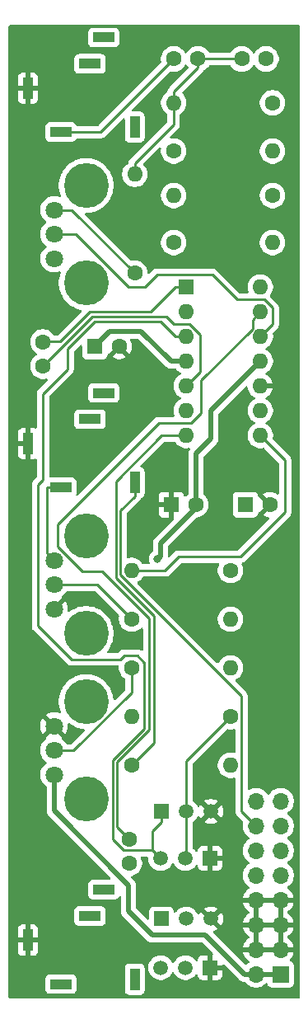
<source format=gbr>
G04 #@! TF.GenerationSoftware,KiCad,Pcbnew,9.0.0*
G04 #@! TF.CreationDate,2025-02-23T16:05:49-07:00*
G04 #@! TF.ProjectId,Notch_Filter_THT,4e6f7463-685f-4466-996c-7465725f5448,rev?*
G04 #@! TF.SameCoordinates,Original*
G04 #@! TF.FileFunction,Copper,L2,Bot*
G04 #@! TF.FilePolarity,Positive*
%FSLAX46Y46*%
G04 Gerber Fmt 4.6, Leading zero omitted, Abs format (unit mm)*
G04 Created by KiCad (PCBNEW 9.0.0) date 2025-02-23 16:05:49*
%MOMM*%
%LPD*%
G01*
G04 APERTURE LIST*
G04 #@! TA.AperFunction,ComponentPad*
%ADD10R,1.000000X2.200000*%
G04 #@! TD*
G04 #@! TA.AperFunction,ComponentPad*
%ADD11R,2.200000X1.000000*%
G04 #@! TD*
G04 #@! TA.AperFunction,ComponentPad*
%ADD12R,1.700000X1.700000*%
G04 #@! TD*
G04 #@! TA.AperFunction,ComponentPad*
%ADD13O,1.700000X1.700000*%
G04 #@! TD*
G04 #@! TA.AperFunction,ComponentPad*
%ADD14R,1.520000X1.520000*%
G04 #@! TD*
G04 #@! TA.AperFunction,ComponentPad*
%ADD15C,1.520000*%
G04 #@! TD*
G04 #@! TA.AperFunction,ComponentPad*
%ADD16C,1.600000*%
G04 #@! TD*
G04 #@! TA.AperFunction,ComponentPad*
%ADD17R,1.600000X1.600000*%
G04 #@! TD*
G04 #@! TA.AperFunction,ComponentPad*
%ADD18O,1.600000X1.600000*%
G04 #@! TD*
G04 #@! TA.AperFunction,ComponentPad*
%ADD19C,4.600000*%
G04 #@! TD*
G04 #@! TA.AperFunction,ComponentPad*
%ADD20C,1.800000*%
G04 #@! TD*
G04 #@! TA.AperFunction,ViaPad*
%ADD21C,0.800000*%
G04 #@! TD*
G04 #@! TA.AperFunction,Conductor*
%ADD22C,0.250000*%
G04 #@! TD*
G04 #@! TA.AperFunction,Conductor*
%ADD23C,0.500000*%
G04 #@! TD*
G04 APERTURE END LIST*
D10*
X2000000Y-6500000D03*
X13000000Y-10500000D03*
D11*
X5400000Y-11000000D03*
X8400000Y-4000000D03*
X9800000Y-1300000D03*
D10*
X2000000Y-94000000D03*
X13000000Y-98000000D03*
D11*
X5400000Y-98500000D03*
X8400000Y-91500000D03*
X9800000Y-88800000D03*
D12*
X28000000Y-97500000D03*
D13*
X25460000Y-97500000D03*
X28000000Y-94960000D03*
X25460000Y-94960000D03*
X28000000Y-92420000D03*
X25460000Y-92420000D03*
X28000000Y-89880000D03*
X25460000Y-89880000D03*
X28000000Y-87340000D03*
X25460000Y-87340000D03*
X28000000Y-84800000D03*
X25460000Y-84800000D03*
X28000000Y-82260000D03*
X25460000Y-82260000D03*
X28000000Y-79720000D03*
X25460000Y-79720000D03*
D10*
X2000000Y-43000000D03*
X13000000Y-47000000D03*
D11*
X5400000Y-47500000D03*
X8400000Y-40500000D03*
X9800000Y-37800000D03*
D14*
X15744000Y-80772000D03*
D15*
X18284000Y-80772000D03*
X20824000Y-80772000D03*
D14*
X20744000Y-85598000D03*
D15*
X18204000Y-85598000D03*
X15664000Y-85598000D03*
D14*
X15744000Y-91810000D03*
D15*
X18284000Y-91810000D03*
X20824000Y-91810000D03*
D14*
X20744000Y-96810000D03*
D15*
X18204000Y-96810000D03*
X15664000Y-96810000D03*
D16*
X19500000Y-3500000D03*
X17000000Y-3500000D03*
X26500000Y-3500000D03*
X24000000Y-3500000D03*
D17*
X24384000Y-49276000D03*
D16*
X26884000Y-49276000D03*
D17*
X8890000Y-33020000D03*
D16*
X11390000Y-33020000D03*
D17*
X16764000Y-49276000D03*
D16*
X19264000Y-49276000D03*
X12446000Y-86106000D03*
X12446000Y-83606000D03*
X27160000Y-8000000D03*
D18*
X17000000Y-8000000D03*
D16*
X17000000Y-12954000D03*
D18*
X27160000Y-12954000D03*
D16*
X13000000Y-25500000D03*
D18*
X13000000Y-15340000D03*
D16*
X27160000Y-17526000D03*
D18*
X17000000Y-17526000D03*
D16*
X22842000Y-71030000D03*
D18*
X12682000Y-71030000D03*
D16*
X22842000Y-56030000D03*
D18*
X12682000Y-56030000D03*
D16*
X17000000Y-22352000D03*
D18*
X27160000Y-22352000D03*
D16*
X12682000Y-76030000D03*
D18*
X22842000Y-76030000D03*
D16*
X12682000Y-61030000D03*
D18*
X22842000Y-61030000D03*
D16*
X12682000Y-66030000D03*
D18*
X22842000Y-66030000D03*
D19*
X8000000Y-26500000D03*
X8000000Y-16500000D03*
D20*
X4700000Y-19000000D03*
X4700000Y-21500000D03*
X4700000Y-24000000D03*
D19*
X8000000Y-62500000D03*
X8000000Y-52500000D03*
D20*
X4700000Y-55000000D03*
X4700000Y-57500000D03*
X4700000Y-60000000D03*
D19*
X8000000Y-79500000D03*
X8000000Y-69500000D03*
D20*
X4700000Y-72000000D03*
X4700000Y-74500000D03*
X4700000Y-77000000D03*
D17*
X18288000Y-26924000D03*
D18*
X18288000Y-29464000D03*
X18288000Y-32004000D03*
X18288000Y-34544000D03*
X18288000Y-37084000D03*
X18288000Y-39624000D03*
X18288000Y-42164000D03*
X25908000Y-42164000D03*
X25908000Y-39624000D03*
X25908000Y-37084000D03*
X25908000Y-34544000D03*
X25908000Y-32004000D03*
X25908000Y-29464000D03*
X25908000Y-26924000D03*
D16*
X3556000Y-35052000D03*
X3556000Y-32552000D03*
D21*
X15356500Y-54827800D03*
D22*
X17000000Y-3500000D02*
X9500000Y-11000000D01*
X9500000Y-11000000D02*
X5400000Y-11000000D01*
X3048000Y-61722000D02*
X3048000Y-47244000D01*
X3556000Y-37878300D02*
X6096000Y-35338300D01*
X13970000Y-72261589D02*
X13970000Y-65484200D01*
X13255800Y-64770000D02*
X11912000Y-64770000D01*
X14835000Y-84769000D02*
X14835000Y-82766300D01*
X15632630Y-30480000D02*
X17156630Y-32004000D01*
X11871000Y-84769000D02*
X10725989Y-83623989D01*
X15744000Y-80772000D02*
X15744000Y-81857300D01*
X15664000Y-85598000D02*
X14835000Y-84769000D01*
X10725989Y-83623989D02*
X10725989Y-75505600D01*
X6479400Y-65153400D02*
X3048000Y-61722000D01*
X10725989Y-75505600D02*
X13970000Y-72261589D01*
X13970000Y-65484200D02*
X13255800Y-64770000D01*
X8887100Y-30480000D02*
X15632630Y-30480000D01*
X3556000Y-46736000D02*
X3556000Y-37878300D01*
X6096000Y-35338300D02*
X6096000Y-33271100D01*
X6096000Y-33271100D02*
X8887100Y-30480000D01*
X17156630Y-32004000D02*
X18288000Y-32004000D01*
X14835000Y-82766300D02*
X15744000Y-81857300D01*
X3048000Y-47244000D02*
X3556000Y-46736000D01*
X11912000Y-64770000D02*
X11528600Y-65153400D01*
X14835000Y-84769000D02*
X11871000Y-84769000D01*
X11528600Y-65153400D02*
X6479400Y-65153400D01*
X22842000Y-71030000D02*
X18284000Y-75588000D01*
X18284000Y-75588000D02*
X18284000Y-80772000D01*
X18284000Y-85518000D02*
X18204000Y-85598000D01*
X18284000Y-80772000D02*
X18284000Y-85518000D01*
X19716100Y-35655900D02*
X18288000Y-37084000D01*
X17022700Y-30734000D02*
X18620400Y-30734000D01*
X19716100Y-31829700D02*
X19716100Y-35655900D01*
X3556000Y-35052000D02*
X8636000Y-29972000D01*
X16260700Y-29972000D02*
X17022700Y-30734000D01*
X8636000Y-29972000D02*
X16260700Y-29972000D01*
X18620400Y-30734000D02*
X19716100Y-31829700D01*
D23*
X13658300Y-31464600D02*
X16737700Y-34544000D01*
X8890000Y-33020000D02*
X10445400Y-31464600D01*
X18288000Y-34544000D02*
X16737700Y-34544000D01*
X10445400Y-31464600D02*
X13658300Y-31464600D01*
X20223600Y-93451900D02*
X24307700Y-97536000D01*
X25460000Y-97500000D02*
X28000000Y-97500000D01*
X12357900Y-91038100D02*
X14771700Y-93451900D01*
X25424000Y-97536000D02*
X25460000Y-97500000D01*
X19264000Y-49276000D02*
X19264000Y-49570000D01*
X15619900Y-53214100D02*
X15619900Y-54564400D01*
X19304000Y-44047500D02*
X20854300Y-42497200D01*
X20854300Y-42497200D02*
X20854300Y-39597700D01*
X14771700Y-93451900D02*
X20223600Y-93451900D01*
X12357900Y-88363900D02*
X12357900Y-91038100D01*
X19264000Y-49570000D02*
X15619900Y-53214100D01*
X20854300Y-39597700D02*
X25908000Y-34544000D01*
X15619900Y-54564400D02*
X15356500Y-54827800D01*
X4700000Y-77000000D02*
X4700000Y-80706000D01*
X24307700Y-97536000D02*
X25424000Y-97536000D01*
X19304000Y-49236000D02*
X19304000Y-44047500D01*
X19264000Y-49276000D02*
X19304000Y-49236000D01*
X4700000Y-80706000D02*
X12357900Y-88363900D01*
D22*
X11529800Y-56501800D02*
X11529800Y-49895500D01*
X25460000Y-82260000D02*
X23976900Y-80776900D01*
X23976900Y-68948900D02*
X11529800Y-56501800D01*
X13000000Y-48425300D02*
X13000000Y-47000000D01*
X23976900Y-80776900D02*
X23976900Y-68948900D01*
X11529800Y-49895500D02*
X13000000Y-48425300D01*
X3974700Y-54274700D02*
X3974700Y-47500000D01*
X5400000Y-47500000D02*
X3974700Y-47500000D01*
X4700000Y-55000000D02*
X3974700Y-54274700D01*
X6500000Y-19000000D02*
X4700000Y-19000000D01*
X13000000Y-25500000D02*
X6500000Y-19000000D01*
X9152000Y-57500000D02*
X12682000Y-61030000D01*
X4700000Y-57500000D02*
X9152000Y-57500000D01*
X6712900Y-74500000D02*
X12682000Y-68530900D01*
X12682000Y-68530900D02*
X12682000Y-66030000D01*
X4700000Y-74500000D02*
X6712900Y-74500000D01*
X27178000Y-30734000D02*
X25908000Y-32004000D01*
X14019600Y-26924000D02*
X15289600Y-25654000D01*
X20948900Y-25654000D02*
X23488900Y-28194000D01*
X15289600Y-25654000D02*
X20948900Y-25654000D01*
X23488900Y-28194000D02*
X26307200Y-28194000D01*
X12393600Y-26924000D02*
X14019600Y-26924000D01*
X4700000Y-21500000D02*
X6969600Y-21500000D01*
X26307200Y-28194000D02*
X27178000Y-29064800D01*
X27178000Y-29064800D02*
X27178000Y-30734000D01*
X6969600Y-21500000D02*
X12393600Y-26924000D01*
X13000000Y-14214700D02*
X17000000Y-10214700D01*
X17000000Y-8000000D02*
X17000000Y-6874700D01*
X13000000Y-15340000D02*
X13000000Y-14214700D01*
X19500000Y-4374700D02*
X17000000Y-6874700D01*
X17000000Y-10214700D02*
X17000000Y-8000000D01*
X19500000Y-3500000D02*
X19500000Y-4374700D01*
X24000000Y-3500000D02*
X19500000Y-3500000D01*
X5364500Y-32512000D02*
X8412500Y-29464000D01*
X3556000Y-32552000D02*
X3596000Y-32512000D01*
X3596000Y-32512000D02*
X5364500Y-32512000D01*
X14622700Y-29464000D02*
X17162700Y-26924000D01*
X8412500Y-29464000D02*
X14622700Y-29464000D01*
X17162700Y-26924000D02*
X18288000Y-26924000D01*
X25108001Y-30263999D02*
X25908000Y-29464000D01*
X11176000Y-75692000D02*
X14478000Y-72390000D01*
X5080000Y-51308000D02*
X15494000Y-40894000D01*
X7581300Y-56096900D02*
X5080000Y-53595600D01*
X11176000Y-82336000D02*
X11176000Y-75692000D01*
X9629300Y-56096900D02*
X7581300Y-56096900D01*
X14478000Y-72390000D02*
X14478000Y-60945600D01*
X12446000Y-83606000D02*
X11176000Y-82336000D01*
X5080000Y-53595600D02*
X5080000Y-51308000D01*
X15494000Y-40894000D02*
X18796000Y-40894000D01*
X14478000Y-60945600D02*
X9629300Y-56096900D01*
X18796000Y-40894000D02*
X19812000Y-39878000D01*
X19812000Y-39878000D02*
X19812000Y-36508400D01*
X19812000Y-36508400D02*
X25108001Y-31212399D01*
X25108001Y-31212399D02*
X25108001Y-30263999D01*
X23876000Y-54610000D02*
X28448000Y-50038000D01*
X28448000Y-50038000D02*
X28448000Y-44704000D01*
X28448000Y-44704000D02*
X25908000Y-42164000D01*
X12682000Y-56030000D02*
X16090900Y-56030000D01*
X17510900Y-54610000D02*
X23876000Y-54610000D01*
X16090900Y-56030000D02*
X17510900Y-54610000D01*
X12682000Y-76030000D02*
X14986000Y-73726000D01*
X11062900Y-56782900D02*
X11062900Y-46868400D01*
X17156630Y-42164000D02*
X18288000Y-42164000D01*
X11062900Y-46868400D02*
X15767300Y-42164000D01*
X14986000Y-73726000D02*
X14986000Y-60706000D01*
X15767300Y-42164000D02*
X17156630Y-42164000D01*
X14986000Y-60706000D02*
X11062900Y-56782900D01*
G04 #@! TA.AperFunction,Conductor*
G36*
X23310228Y-72331148D02*
G01*
X23341554Y-72394860D01*
X23343400Y-72416347D01*
X23343400Y-74643652D01*
X23323398Y-74711773D01*
X23269742Y-74758266D01*
X23199468Y-74768370D01*
X23178465Y-74763486D01*
X23148409Y-74753720D01*
X23097551Y-74745665D01*
X22944981Y-74721500D01*
X22739019Y-74721500D01*
X22535592Y-74753720D01*
X22535590Y-74753720D01*
X22535587Y-74753721D01*
X22339714Y-74817364D01*
X22339708Y-74817367D01*
X22156193Y-74910873D01*
X21989567Y-75031934D01*
X21989564Y-75031936D01*
X21843936Y-75177564D01*
X21843934Y-75177567D01*
X21722873Y-75344193D01*
X21629367Y-75527708D01*
X21629364Y-75527714D01*
X21565721Y-75723587D01*
X21565720Y-75723590D01*
X21565720Y-75723592D01*
X21533500Y-75927019D01*
X21533500Y-76132981D01*
X21565720Y-76336408D01*
X21629366Y-76532290D01*
X21629367Y-76532291D01*
X21722873Y-76715806D01*
X21752802Y-76756999D01*
X21843932Y-76882430D01*
X21843934Y-76882432D01*
X21843936Y-76882435D01*
X21989564Y-77028063D01*
X21989567Y-77028065D01*
X21989570Y-77028068D01*
X22156197Y-77149129D01*
X22339710Y-77242634D01*
X22535592Y-77306280D01*
X22739019Y-77338500D01*
X22739022Y-77338500D01*
X22944978Y-77338500D01*
X22944981Y-77338500D01*
X23148408Y-77306280D01*
X23178464Y-77296513D01*
X23249430Y-77294486D01*
X23310228Y-77331148D01*
X23341554Y-77394860D01*
X23343400Y-77416347D01*
X23343400Y-80714506D01*
X23343400Y-80839294D01*
X23367745Y-80961685D01*
X23415500Y-81076975D01*
X23484829Y-81180733D01*
X23484831Y-81180735D01*
X24107581Y-81803485D01*
X24141607Y-81865797D01*
X24138321Y-81931510D01*
X24134952Y-81941879D01*
X24134951Y-81941882D01*
X24134951Y-81941884D01*
X24101500Y-82153084D01*
X24101500Y-82366916D01*
X24123182Y-82503807D01*
X24134952Y-82578121D01*
X24201026Y-82781478D01*
X24201028Y-82781483D01*
X24298106Y-82972009D01*
X24423794Y-83145004D01*
X24423796Y-83145006D01*
X24423798Y-83145009D01*
X24574990Y-83296201D01*
X24574993Y-83296203D01*
X24574996Y-83296206D01*
X24747991Y-83421894D01*
X24747996Y-83421896D01*
X24749088Y-83422566D01*
X24749418Y-83422931D01*
X24751996Y-83424804D01*
X24751602Y-83425345D01*
X24796721Y-83475213D01*
X24808328Y-83545255D01*
X24780226Y-83610453D01*
X24751870Y-83635023D01*
X24751996Y-83635196D01*
X24749982Y-83636658D01*
X24749088Y-83637434D01*
X24747987Y-83638108D01*
X24574993Y-83763796D01*
X24574990Y-83763798D01*
X24423798Y-83914990D01*
X24423796Y-83914993D01*
X24298108Y-84087987D01*
X24201029Y-84278515D01*
X24201026Y-84278521D01*
X24134952Y-84481878D01*
X24134951Y-84481883D01*
X24134951Y-84481884D01*
X24101500Y-84693084D01*
X24101500Y-84906916D01*
X24133834Y-85111065D01*
X24134952Y-85118121D01*
X24194359Y-85300959D01*
X24201028Y-85321483D01*
X24298106Y-85512009D01*
X24423794Y-85685004D01*
X24423796Y-85685006D01*
X24423798Y-85685009D01*
X24574990Y-85836201D01*
X24574993Y-85836203D01*
X24574996Y-85836206D01*
X24747991Y-85961894D01*
X24747996Y-85961896D01*
X24749088Y-85962566D01*
X24749418Y-85962931D01*
X24751996Y-85964804D01*
X24751602Y-85965345D01*
X24796721Y-86015213D01*
X24808328Y-86085255D01*
X24780226Y-86150453D01*
X24751870Y-86175023D01*
X24751996Y-86175196D01*
X24749982Y-86176658D01*
X24749088Y-86177434D01*
X24747987Y-86178108D01*
X24574993Y-86303796D01*
X24574990Y-86303798D01*
X24423798Y-86454990D01*
X24423796Y-86454993D01*
X24298108Y-86627987D01*
X24201029Y-86818515D01*
X24201026Y-86818521D01*
X24134952Y-87021878D01*
X24134951Y-87021883D01*
X24134951Y-87021884D01*
X24101500Y-87233084D01*
X24101500Y-87446916D01*
X24134951Y-87658116D01*
X24134952Y-87658121D01*
X24197008Y-87849111D01*
X24201028Y-87861483D01*
X24298106Y-88052009D01*
X24423794Y-88225004D01*
X24423796Y-88225006D01*
X24423798Y-88225009D01*
X24574990Y-88376201D01*
X24574993Y-88376203D01*
X24574996Y-88376206D01*
X24747991Y-88501894D01*
X24748001Y-88501899D01*
X24749567Y-88502859D01*
X24750042Y-88503384D01*
X24751996Y-88504804D01*
X24751697Y-88505214D01*
X24797200Y-88555505D01*
X24808808Y-88625546D01*
X24780707Y-88690745D01*
X24752157Y-88715485D01*
X24752258Y-88715624D01*
X24750644Y-88716796D01*
X24749574Y-88717724D01*
X24748255Y-88718532D01*
X24575320Y-88844177D01*
X24424177Y-88995320D01*
X24298536Y-89168249D01*
X24201493Y-89358707D01*
X24201490Y-89358713D01*
X24135440Y-89561995D01*
X24125302Y-89626000D01*
X25029297Y-89626000D01*
X24994075Y-89687007D01*
X24960000Y-89814174D01*
X24960000Y-89945826D01*
X24994075Y-90072993D01*
X25029297Y-90134000D01*
X24125302Y-90134000D01*
X24135440Y-90198004D01*
X24201490Y-90401286D01*
X24201493Y-90401292D01*
X24298536Y-90591750D01*
X24424177Y-90764679D01*
X24575320Y-90915822D01*
X24748256Y-91041468D01*
X24750052Y-91042569D01*
X24750591Y-91043164D01*
X24752258Y-91044376D01*
X24752003Y-91044726D01*
X24797682Y-91095217D01*
X24809288Y-91165259D01*
X24781183Y-91230456D01*
X24752211Y-91255559D01*
X24752258Y-91255624D01*
X24751511Y-91256166D01*
X24750052Y-91257431D01*
X24748256Y-91258531D01*
X24575320Y-91384177D01*
X24424177Y-91535320D01*
X24298536Y-91708249D01*
X24201493Y-91898707D01*
X24201490Y-91898713D01*
X24135440Y-92101995D01*
X24125302Y-92166000D01*
X25029297Y-92166000D01*
X24994075Y-92227007D01*
X24960000Y-92354174D01*
X24960000Y-92485826D01*
X24994075Y-92612993D01*
X25029297Y-92674000D01*
X24125302Y-92674000D01*
X24135440Y-92738004D01*
X24201490Y-92941286D01*
X24201493Y-92941292D01*
X24298536Y-93131750D01*
X24424177Y-93304679D01*
X24575320Y-93455822D01*
X24748256Y-93581468D01*
X24750052Y-93582569D01*
X24750591Y-93583164D01*
X24752258Y-93584376D01*
X24752003Y-93584726D01*
X24797682Y-93635217D01*
X24809288Y-93705259D01*
X24781183Y-93770456D01*
X24752211Y-93795559D01*
X24752258Y-93795624D01*
X24751511Y-93796166D01*
X24750052Y-93797431D01*
X24748256Y-93798531D01*
X24575320Y-93924177D01*
X24424177Y-94075320D01*
X24298536Y-94248249D01*
X24201493Y-94438707D01*
X24201490Y-94438713D01*
X24135440Y-94641995D01*
X24125302Y-94706000D01*
X25029297Y-94706000D01*
X24994075Y-94767007D01*
X24960000Y-94894174D01*
X24960000Y-95025826D01*
X24994075Y-95152993D01*
X25029297Y-95214000D01*
X24125302Y-95214000D01*
X24135440Y-95278004D01*
X24201490Y-95481286D01*
X24201493Y-95481292D01*
X24298536Y-95671750D01*
X24424177Y-95844679D01*
X24575320Y-95995822D01*
X24748244Y-96121460D01*
X24749560Y-96122266D01*
X24749955Y-96122703D01*
X24752258Y-96124376D01*
X24751906Y-96124859D01*
X24797196Y-96174910D01*
X24808809Y-96244950D01*
X24780712Y-96310150D01*
X24751925Y-96335098D01*
X24751996Y-96335196D01*
X24750862Y-96336019D01*
X24749580Y-96337131D01*
X24747998Y-96338100D01*
X24574994Y-96463795D01*
X24530678Y-96508110D01*
X24468365Y-96542134D01*
X24397549Y-96537068D01*
X24352489Y-96508108D01*
X21092896Y-93248515D01*
X21058870Y-93186203D01*
X21063935Y-93115388D01*
X21106482Y-93058552D01*
X21143055Y-93039587D01*
X21310738Y-92985103D01*
X21310744Y-92985100D01*
X21488580Y-92894488D01*
X21523734Y-92868946D01*
X20864789Y-92210000D01*
X20876661Y-92210000D01*
X20978394Y-92182741D01*
X21069606Y-92130080D01*
X21144080Y-92055606D01*
X21196741Y-91964394D01*
X21224000Y-91862661D01*
X21224000Y-91850788D01*
X21882946Y-92509734D01*
X21908488Y-92474580D01*
X21999100Y-92296744D01*
X21999103Y-92296738D01*
X22060776Y-92106929D01*
X22092000Y-91909790D01*
X22092000Y-91710209D01*
X22060776Y-91513070D01*
X21999103Y-91323261D01*
X21999100Y-91323255D01*
X21908489Y-91145421D01*
X21908483Y-91145410D01*
X21882947Y-91110264D01*
X21882944Y-91110264D01*
X21224000Y-91769208D01*
X21224000Y-91757339D01*
X21196741Y-91655606D01*
X21144080Y-91564394D01*
X21069606Y-91489920D01*
X20978394Y-91437259D01*
X20876661Y-91410000D01*
X20864789Y-91410000D01*
X21523734Y-90751053D01*
X21488576Y-90725509D01*
X21310744Y-90634899D01*
X21310738Y-90634896D01*
X21120929Y-90573223D01*
X20923791Y-90542000D01*
X20724209Y-90542000D01*
X20527070Y-90573223D01*
X20337261Y-90634896D01*
X20337255Y-90634899D01*
X20159425Y-90725508D01*
X20124264Y-90751053D01*
X20124264Y-90751054D01*
X20783210Y-91410000D01*
X20771339Y-91410000D01*
X20669606Y-91437259D01*
X20578394Y-91489920D01*
X20503920Y-91564394D01*
X20451259Y-91655606D01*
X20424000Y-91757339D01*
X20424000Y-91769210D01*
X19765054Y-91110264D01*
X19765053Y-91110264D01*
X19739508Y-91145425D01*
X19666547Y-91288619D01*
X19617798Y-91340234D01*
X19548884Y-91357300D01*
X19481682Y-91334399D01*
X19442014Y-91288621D01*
X19368918Y-91145161D01*
X19313984Y-91069551D01*
X19251555Y-90983625D01*
X19110374Y-90842444D01*
X18948842Y-90725084D01*
X18948841Y-90725083D01*
X18948839Y-90725082D01*
X18770935Y-90634435D01*
X18770932Y-90634434D01*
X18770930Y-90634433D01*
X18581046Y-90572736D01*
X18581042Y-90572735D01*
X18581041Y-90572735D01*
X18383833Y-90541500D01*
X18184167Y-90541500D01*
X17986959Y-90572735D01*
X17986953Y-90572736D01*
X17797069Y-90634433D01*
X17797063Y-90634436D01*
X17619157Y-90725084D01*
X17457625Y-90842444D01*
X17316444Y-90983625D01*
X17240436Y-91088242D01*
X17184213Y-91131596D01*
X17113477Y-91137671D01*
X17050685Y-91104539D01*
X17015774Y-91042719D01*
X17012500Y-91014181D01*
X17012500Y-91001367D01*
X17012499Y-91001350D01*
X17005990Y-90940803D01*
X17005988Y-90940795D01*
X16954889Y-90803797D01*
X16954887Y-90803792D01*
X16867261Y-90686738D01*
X16750207Y-90599112D01*
X16750202Y-90599110D01*
X16613204Y-90548011D01*
X16613196Y-90548009D01*
X16552649Y-90541500D01*
X16552638Y-90541500D01*
X14935362Y-90541500D01*
X14935350Y-90541500D01*
X14874803Y-90548009D01*
X14874795Y-90548011D01*
X14737797Y-90599110D01*
X14737792Y-90599112D01*
X14620738Y-90686738D01*
X14533112Y-90803792D01*
X14533110Y-90803797D01*
X14482011Y-90940795D01*
X14482009Y-90940803D01*
X14475500Y-91001350D01*
X14475500Y-91778829D01*
X14455498Y-91846950D01*
X14401842Y-91893443D01*
X14331568Y-91903547D01*
X14266988Y-91874053D01*
X14260405Y-91867924D01*
X13153305Y-90760824D01*
X13119279Y-90698512D01*
X13116400Y-90671729D01*
X13116400Y-88289195D01*
X13116399Y-88289191D01*
X13108874Y-88251362D01*
X13096828Y-88190799D01*
X13087251Y-88142653D01*
X13030074Y-88004615D01*
X12947066Y-87880385D01*
X12665310Y-87598629D01*
X12631284Y-87536317D01*
X12636349Y-87465502D01*
X12678896Y-87408666D01*
X12734693Y-87385085D01*
X12752408Y-87382280D01*
X12948290Y-87318634D01*
X13131803Y-87225129D01*
X13298430Y-87104068D01*
X13444068Y-86958430D01*
X13565129Y-86791803D01*
X13658634Y-86608290D01*
X13722280Y-86412408D01*
X13754500Y-86208981D01*
X13754500Y-86003019D01*
X13722280Y-85799592D01*
X13658634Y-85603710D01*
X13649458Y-85585702D01*
X13636354Y-85515928D01*
X13663053Y-85450143D01*
X13721080Y-85409236D01*
X13761725Y-85402500D01*
X14269500Y-85402500D01*
X14337621Y-85422502D01*
X14384114Y-85476158D01*
X14395500Y-85528500D01*
X14395500Y-85697833D01*
X14425412Y-85886689D01*
X14426736Y-85895046D01*
X14488433Y-86084930D01*
X14488435Y-86084935D01*
X14551638Y-86208977D01*
X14579084Y-86262842D01*
X14696444Y-86424374D01*
X14837625Y-86565555D01*
X14890492Y-86603965D01*
X14999161Y-86682918D01*
X15177065Y-86773565D01*
X15366959Y-86835265D01*
X15564167Y-86866500D01*
X15564170Y-86866500D01*
X15763830Y-86866500D01*
X15763833Y-86866500D01*
X15961041Y-86835265D01*
X16150935Y-86773565D01*
X16328839Y-86682918D01*
X16490372Y-86565557D01*
X16631557Y-86424372D01*
X16748918Y-86262839D01*
X16821734Y-86119929D01*
X16870481Y-86068316D01*
X16939396Y-86051250D01*
X17006598Y-86074151D01*
X17046265Y-86119929D01*
X17091638Y-86208977D01*
X17119084Y-86262842D01*
X17236444Y-86424374D01*
X17377625Y-86565555D01*
X17430492Y-86603965D01*
X17539161Y-86682918D01*
X17717065Y-86773565D01*
X17906959Y-86835265D01*
X18104167Y-86866500D01*
X18104170Y-86866500D01*
X18303830Y-86866500D01*
X18303833Y-86866500D01*
X18501041Y-86835265D01*
X18690935Y-86773565D01*
X18868839Y-86682918D01*
X19030372Y-86565557D01*
X19171557Y-86424372D01*
X19248064Y-86319068D01*
X19304286Y-86275715D01*
X19375022Y-86269640D01*
X19437814Y-86302771D01*
X19472726Y-86364591D01*
X19476000Y-86393130D01*
X19476000Y-86406597D01*
X19482505Y-86467093D01*
X19533555Y-86603964D01*
X19533555Y-86603965D01*
X19621095Y-86720904D01*
X19738034Y-86808444D01*
X19874906Y-86859494D01*
X19935402Y-86865999D01*
X19935415Y-86866000D01*
X20490000Y-86866000D01*
X20490000Y-85909686D01*
X20498394Y-85918080D01*
X20589606Y-85970741D01*
X20691339Y-85998000D01*
X20796661Y-85998000D01*
X20898394Y-85970741D01*
X20989606Y-85918080D01*
X20998000Y-85909686D01*
X20998000Y-86866000D01*
X21552585Y-86866000D01*
X21552597Y-86865999D01*
X21613093Y-86859494D01*
X21749964Y-86808444D01*
X21749965Y-86808444D01*
X21866904Y-86720904D01*
X21954444Y-86603965D01*
X21954444Y-86603964D01*
X22005494Y-86467093D01*
X22011999Y-86406597D01*
X22012000Y-86406585D01*
X22012000Y-85852000D01*
X21055686Y-85852000D01*
X21064080Y-85843606D01*
X21116741Y-85752394D01*
X21144000Y-85650661D01*
X21144000Y-85545339D01*
X21116741Y-85443606D01*
X21064080Y-85352394D01*
X21055686Y-85344000D01*
X22012000Y-85344000D01*
X22012000Y-84789414D01*
X22011999Y-84789402D01*
X22005494Y-84728906D01*
X21954444Y-84592035D01*
X21954444Y-84592034D01*
X21866904Y-84475095D01*
X21749965Y-84387555D01*
X21613093Y-84336505D01*
X21552597Y-84330000D01*
X20998000Y-84330000D01*
X20998000Y-85286314D01*
X20989606Y-85277920D01*
X20898394Y-85225259D01*
X20796661Y-85198000D01*
X20691339Y-85198000D01*
X20589606Y-85225259D01*
X20498394Y-85277920D01*
X20490000Y-85286314D01*
X20490000Y-84330000D01*
X19935402Y-84330000D01*
X19874906Y-84336505D01*
X19738035Y-84387555D01*
X19738034Y-84387555D01*
X19621095Y-84475095D01*
X19533555Y-84592034D01*
X19533555Y-84592035D01*
X19482505Y-84728906D01*
X19476000Y-84789402D01*
X19476000Y-84802869D01*
X19455998Y-84870990D01*
X19402342Y-84917483D01*
X19332068Y-84927587D01*
X19267488Y-84898093D01*
X19248064Y-84876930D01*
X19171555Y-84771625D01*
X19030378Y-84630448D01*
X19030374Y-84630445D01*
X19030372Y-84630443D01*
X18969437Y-84586170D01*
X18926085Y-84529949D01*
X18917500Y-84484236D01*
X18917500Y-81943887D01*
X18937502Y-81875766D01*
X18969439Y-81841951D01*
X19110372Y-81739557D01*
X19111414Y-81738515D01*
X19156101Y-81693829D01*
X19251552Y-81598377D01*
X19251555Y-81598374D01*
X19251557Y-81598372D01*
X19368918Y-81436839D01*
X19442014Y-81293379D01*
X19490761Y-81241765D01*
X19559676Y-81224699D01*
X19626878Y-81247599D01*
X19666547Y-81293380D01*
X19739509Y-81436576D01*
X19765053Y-81471734D01*
X20424000Y-80812787D01*
X20424000Y-80824661D01*
X20451259Y-80926394D01*
X20503920Y-81017606D01*
X20578394Y-81092080D01*
X20669606Y-81144741D01*
X20771339Y-81172000D01*
X20783209Y-81172000D01*
X20124264Y-81830944D01*
X20124264Y-81830947D01*
X20159410Y-81856483D01*
X20159421Y-81856489D01*
X20337255Y-81947100D01*
X20337261Y-81947103D01*
X20527070Y-82008776D01*
X20724209Y-82040000D01*
X20923791Y-82040000D01*
X21120929Y-82008776D01*
X21310738Y-81947103D01*
X21310744Y-81947100D01*
X21488580Y-81856488D01*
X21523734Y-81830946D01*
X20864790Y-81172000D01*
X20876661Y-81172000D01*
X20978394Y-81144741D01*
X21069606Y-81092080D01*
X21144080Y-81017606D01*
X21196741Y-80926394D01*
X21224000Y-80824661D01*
X21224000Y-80812788D01*
X21882946Y-81471734D01*
X21908488Y-81436580D01*
X21999100Y-81258744D01*
X21999103Y-81258738D01*
X22060776Y-81068929D01*
X22092000Y-80871790D01*
X22092000Y-80672209D01*
X22060776Y-80475070D01*
X21999103Y-80285261D01*
X21999100Y-80285255D01*
X21908489Y-80107421D01*
X21908483Y-80107410D01*
X21882947Y-80072264D01*
X21882944Y-80072264D01*
X21224000Y-80731208D01*
X21224000Y-80719339D01*
X21196741Y-80617606D01*
X21144080Y-80526394D01*
X21069606Y-80451920D01*
X20978394Y-80399259D01*
X20876661Y-80372000D01*
X20864789Y-80372000D01*
X21523734Y-79713053D01*
X21488576Y-79687509D01*
X21310744Y-79596899D01*
X21310738Y-79596896D01*
X21120929Y-79535223D01*
X20923791Y-79504000D01*
X20724209Y-79504000D01*
X20527070Y-79535223D01*
X20337261Y-79596896D01*
X20337255Y-79596899D01*
X20159425Y-79687508D01*
X20124264Y-79713053D01*
X20124264Y-79713054D01*
X20783210Y-80372000D01*
X20771339Y-80372000D01*
X20669606Y-80399259D01*
X20578394Y-80451920D01*
X20503920Y-80526394D01*
X20451259Y-80617606D01*
X20424000Y-80719339D01*
X20424000Y-80731210D01*
X19765054Y-80072264D01*
X19765053Y-80072264D01*
X19739508Y-80107425D01*
X19666547Y-80250619D01*
X19617798Y-80302234D01*
X19548884Y-80319300D01*
X19481682Y-80296399D01*
X19442014Y-80250621D01*
X19368918Y-80107161D01*
X19251557Y-79945628D01*
X19251555Y-79945625D01*
X19110378Y-79804448D01*
X19110374Y-79804445D01*
X19110372Y-79804443D01*
X18969438Y-79702048D01*
X18926085Y-79645825D01*
X18917500Y-79600112D01*
X18917500Y-75902593D01*
X18937502Y-75834472D01*
X18954400Y-75813503D01*
X22426342Y-72341560D01*
X22488652Y-72307536D01*
X22535146Y-72306208D01*
X22535583Y-72306277D01*
X22535592Y-72306280D01*
X22739019Y-72338500D01*
X22739022Y-72338500D01*
X22944978Y-72338500D01*
X22944981Y-72338500D01*
X23148408Y-72306280D01*
X23178464Y-72296513D01*
X23249430Y-72294486D01*
X23310228Y-72331148D01*
G37*
G04 #@! TD.AperFunction*
G04 #@! TA.AperFunction,Conductor*
G36*
X27534075Y-94767007D02*
G01*
X27500000Y-94894174D01*
X27500000Y-95025826D01*
X27534075Y-95152993D01*
X27569297Y-95214000D01*
X25890703Y-95214000D01*
X25925925Y-95152993D01*
X25960000Y-95025826D01*
X25960000Y-94894174D01*
X25925925Y-94767007D01*
X25890703Y-94706000D01*
X27569297Y-94706000D01*
X27534075Y-94767007D01*
G37*
G04 #@! TD.AperFunction*
G04 #@! TA.AperFunction,Conductor*
G36*
X25714000Y-94529297D02*
G01*
X25652993Y-94494075D01*
X25525826Y-94460000D01*
X25394174Y-94460000D01*
X25267007Y-94494075D01*
X25206000Y-94529297D01*
X25206000Y-92850702D01*
X25267007Y-92885925D01*
X25394174Y-92920000D01*
X25525826Y-92920000D01*
X25652993Y-92885925D01*
X25714000Y-92850702D01*
X25714000Y-94529297D01*
G37*
G04 #@! TD.AperFunction*
G04 #@! TA.AperFunction,Conductor*
G36*
X28254000Y-94529297D02*
G01*
X28192993Y-94494075D01*
X28065826Y-94460000D01*
X27934174Y-94460000D01*
X27807007Y-94494075D01*
X27746000Y-94529297D01*
X27746000Y-92850702D01*
X27807007Y-92885925D01*
X27934174Y-92920000D01*
X28065826Y-92920000D01*
X28192993Y-92885925D01*
X28254000Y-92850702D01*
X28254000Y-94529297D01*
G37*
G04 #@! TD.AperFunction*
G04 #@! TA.AperFunction,Conductor*
G36*
X27534075Y-92227007D02*
G01*
X27500000Y-92354174D01*
X27500000Y-92485826D01*
X27534075Y-92612993D01*
X27569297Y-92674000D01*
X25890703Y-92674000D01*
X25925925Y-92612993D01*
X25960000Y-92485826D01*
X25960000Y-92354174D01*
X25925925Y-92227007D01*
X25890703Y-92166000D01*
X27569297Y-92166000D01*
X27534075Y-92227007D01*
G37*
G04 #@! TD.AperFunction*
G04 #@! TA.AperFunction,Conductor*
G36*
X25714000Y-91989297D02*
G01*
X25652993Y-91954075D01*
X25525826Y-91920000D01*
X25394174Y-91920000D01*
X25267007Y-91954075D01*
X25206000Y-91989297D01*
X25206000Y-90310702D01*
X25267007Y-90345925D01*
X25394174Y-90380000D01*
X25525826Y-90380000D01*
X25652993Y-90345925D01*
X25714000Y-90310702D01*
X25714000Y-91989297D01*
G37*
G04 #@! TD.AperFunction*
G04 #@! TA.AperFunction,Conductor*
G36*
X28254000Y-91989297D02*
G01*
X28192993Y-91954075D01*
X28065826Y-91920000D01*
X27934174Y-91920000D01*
X27807007Y-91954075D01*
X27746000Y-91989297D01*
X27746000Y-90310702D01*
X27807007Y-90345925D01*
X27934174Y-90380000D01*
X28065826Y-90380000D01*
X28192993Y-90345925D01*
X28254000Y-90310702D01*
X28254000Y-91989297D01*
G37*
G04 #@! TD.AperFunction*
G04 #@! TA.AperFunction,Conductor*
G36*
X27534075Y-89687007D02*
G01*
X27500000Y-89814174D01*
X27500000Y-89945826D01*
X27534075Y-90072993D01*
X27569297Y-90134000D01*
X25890703Y-90134000D01*
X25925925Y-90072993D01*
X25960000Y-89945826D01*
X25960000Y-89814174D01*
X25925925Y-89687007D01*
X25890703Y-89626000D01*
X27569297Y-89626000D01*
X27534075Y-89687007D01*
G37*
G04 #@! TD.AperFunction*
G04 #@! TA.AperFunction,Conductor*
G36*
X6294392Y-71733117D02*
G01*
X6306343Y-71741560D01*
X6372241Y-71794112D01*
X6523559Y-71889191D01*
X6639331Y-71961936D01*
X6639334Y-71961937D01*
X6639335Y-71961938D01*
X6923540Y-72098804D01*
X6923556Y-72098809D01*
X6923557Y-72098810D01*
X7221275Y-72202986D01*
X7221278Y-72202986D01*
X7221282Y-72202988D01*
X7528818Y-72273181D01*
X7731668Y-72296037D01*
X7797121Y-72323541D01*
X7837314Y-72382065D01*
X7839486Y-72453028D01*
X7806655Y-72510340D01*
X6487401Y-73829595D01*
X6425089Y-73863620D01*
X6398306Y-73866500D01*
X6035225Y-73866500D01*
X5967104Y-73846498D01*
X5922959Y-73797704D01*
X5904656Y-73761784D01*
X5774341Y-73582421D01*
X5617578Y-73425658D01*
X5515682Y-73351626D01*
X5472328Y-73295403D01*
X5466253Y-73224667D01*
X5499385Y-73161875D01*
X5499778Y-73161534D01*
X5499964Y-73159174D01*
X4824947Y-72484157D01*
X4892993Y-72465925D01*
X5007007Y-72400099D01*
X5100099Y-72307007D01*
X5165925Y-72192993D01*
X5184157Y-72124947D01*
X5859174Y-72799964D01*
X5859175Y-72799963D01*
X5904227Y-72737956D01*
X5904228Y-72737954D01*
X6004843Y-72540485D01*
X6004844Y-72540483D01*
X6073329Y-72329710D01*
X6108000Y-72110808D01*
X6108000Y-71889191D01*
X6103343Y-71859788D01*
X6112443Y-71789377D01*
X6158165Y-71735063D01*
X6225993Y-71714090D01*
X6294392Y-71733117D01*
G37*
G04 #@! TD.AperFunction*
G04 #@! TA.AperFunction,Conductor*
G36*
X8905527Y-58153502D02*
G01*
X8926501Y-58170405D01*
X11370437Y-60614341D01*
X11404463Y-60676653D01*
X11405791Y-60723147D01*
X11405721Y-60723588D01*
X11405720Y-60723592D01*
X11373500Y-60927019D01*
X11373500Y-61132981D01*
X11400721Y-61304843D01*
X11405721Y-61336412D01*
X11454781Y-61487404D01*
X11469366Y-61532290D01*
X11562871Y-61715803D01*
X11562873Y-61715806D01*
X11592802Y-61756999D01*
X11683932Y-61882430D01*
X11683934Y-61882432D01*
X11683936Y-61882435D01*
X11829564Y-62028063D01*
X11829567Y-62028065D01*
X11829570Y-62028068D01*
X11996197Y-62149129D01*
X12179710Y-62242634D01*
X12375592Y-62306280D01*
X12579019Y-62338500D01*
X12579022Y-62338500D01*
X12784978Y-62338500D01*
X12784981Y-62338500D01*
X12988408Y-62306280D01*
X13184290Y-62242634D01*
X13367803Y-62149129D01*
X13534430Y-62028068D01*
X13549298Y-62013200D01*
X13629405Y-61933094D01*
X13691717Y-61899068D01*
X13762532Y-61904133D01*
X13819368Y-61946680D01*
X13844179Y-62013200D01*
X13844500Y-62022189D01*
X13844500Y-64165723D01*
X13824498Y-64233844D01*
X13770842Y-64280337D01*
X13700568Y-64290441D01*
X13648499Y-64270489D01*
X13555875Y-64208600D01*
X13440587Y-64160846D01*
X13440585Y-64160845D01*
X13366886Y-64146185D01*
X13318196Y-64136500D01*
X13318194Y-64136500D01*
X11849606Y-64136500D01*
X11849603Y-64136500D01*
X11776568Y-64151028D01*
X11727215Y-64160845D01*
X11727213Y-64160845D01*
X11727212Y-64160846D01*
X11611923Y-64208601D01*
X11508171Y-64277926D01*
X11508164Y-64277931D01*
X11303101Y-64482995D01*
X11240789Y-64517021D01*
X11214006Y-64519900D01*
X10243031Y-64519900D01*
X10174910Y-64499898D01*
X10128417Y-64446242D01*
X10118313Y-64375968D01*
X10144520Y-64315340D01*
X10294112Y-64127759D01*
X10461938Y-63860665D01*
X10598804Y-63576460D01*
X10702988Y-63278718D01*
X10773181Y-62971182D01*
X10808102Y-62661257D01*
X10808500Y-62657723D01*
X10808500Y-62342276D01*
X10786737Y-62149129D01*
X10773181Y-62028818D01*
X10702988Y-61721282D01*
X10687486Y-61676980D01*
X10598810Y-61423557D01*
X10598809Y-61423556D01*
X10598804Y-61423540D01*
X10461938Y-61139335D01*
X10461937Y-61139334D01*
X10461936Y-61139331D01*
X10294109Y-60872237D01*
X10294105Y-60872231D01*
X10097436Y-60625618D01*
X10097427Y-60625608D01*
X9874391Y-60402572D01*
X9874381Y-60402563D01*
X9627768Y-60205894D01*
X9627762Y-60205890D01*
X9360668Y-60038063D01*
X9076469Y-59901200D01*
X9076464Y-59901198D01*
X9076460Y-59901196D01*
X9076454Y-59901193D01*
X9076442Y-59901189D01*
X8778724Y-59797013D01*
X8471185Y-59726819D01*
X8157724Y-59691500D01*
X8157722Y-59691500D01*
X7842278Y-59691500D01*
X7842276Y-59691500D01*
X7528814Y-59726819D01*
X7221275Y-59797013D01*
X6923557Y-59901189D01*
X6923530Y-59901200D01*
X6639331Y-60038063D01*
X6372237Y-60205890D01*
X6372233Y-60205893D01*
X6306351Y-60258432D01*
X6240621Y-60285266D01*
X6170817Y-60272304D01*
X6119103Y-60223661D01*
X6101897Y-60154781D01*
X6103343Y-60140209D01*
X6108000Y-60110807D01*
X6108000Y-59889191D01*
X6073329Y-59670289D01*
X6004844Y-59459516D01*
X6004843Y-59459514D01*
X5904229Y-59262047D01*
X5859174Y-59200035D01*
X5184157Y-59875051D01*
X5165925Y-59807007D01*
X5100099Y-59692993D01*
X5007007Y-59599901D01*
X4892993Y-59534075D01*
X4824946Y-59515841D01*
X5499963Y-58840824D01*
X5499177Y-58830839D01*
X5472328Y-58796019D01*
X5466254Y-58725283D01*
X5499387Y-58662492D01*
X5515676Y-58648377D01*
X5617576Y-58574343D01*
X5774343Y-58417576D01*
X5904657Y-58238215D01*
X5922959Y-58202296D01*
X5971707Y-58150681D01*
X6035225Y-58133500D01*
X8837406Y-58133500D01*
X8905527Y-58153502D01*
G37*
G04 #@! TD.AperFunction*
G04 #@! TA.AperFunction,Conductor*
G36*
X17072003Y-42799066D02*
G01*
X17077452Y-42797962D01*
X17105704Y-42808961D01*
X17134791Y-42817502D01*
X17139805Y-42822238D01*
X17143612Y-42823720D01*
X17168606Y-42849439D01*
X17227020Y-42929839D01*
X17289932Y-43016430D01*
X17289934Y-43016432D01*
X17289936Y-43016435D01*
X17435564Y-43162063D01*
X17435567Y-43162065D01*
X17435570Y-43162068D01*
X17602197Y-43283129D01*
X17785710Y-43376634D01*
X17981592Y-43440280D01*
X18185019Y-43472500D01*
X18185022Y-43472500D01*
X18390977Y-43472500D01*
X18390981Y-43472500D01*
X18537018Y-43449369D01*
X18607423Y-43458468D01*
X18661738Y-43504190D01*
X18682711Y-43572018D01*
X18663684Y-43640417D01*
X18661491Y-43643818D01*
X18631825Y-43688217D01*
X18574650Y-43826250D01*
X18574649Y-43826253D01*
X18545500Y-43972790D01*
X18545500Y-48116426D01*
X18525498Y-48184547D01*
X18493561Y-48218362D01*
X18411569Y-48277932D01*
X18273972Y-48415529D01*
X18211660Y-48449554D01*
X18140844Y-48444489D01*
X18084009Y-48401942D01*
X18066821Y-48370465D01*
X18014444Y-48230034D01*
X17926904Y-48113095D01*
X17809965Y-48025555D01*
X17673093Y-47974505D01*
X17612597Y-47968000D01*
X17018000Y-47968000D01*
X17018000Y-48964314D01*
X17009606Y-48955920D01*
X16918394Y-48903259D01*
X16816661Y-48876000D01*
X16711339Y-48876000D01*
X16609606Y-48903259D01*
X16518394Y-48955920D01*
X16510000Y-48964314D01*
X16510000Y-47968000D01*
X15915402Y-47968000D01*
X15854906Y-47974505D01*
X15718035Y-48025555D01*
X15718034Y-48025555D01*
X15601095Y-48113095D01*
X15513555Y-48230034D01*
X15513555Y-48230035D01*
X15462505Y-48366906D01*
X15456000Y-48427402D01*
X15456000Y-49022000D01*
X16452314Y-49022000D01*
X16443920Y-49030394D01*
X16391259Y-49121606D01*
X16364000Y-49223339D01*
X16364000Y-49328661D01*
X16391259Y-49430394D01*
X16443920Y-49521606D01*
X16452314Y-49530000D01*
X15456000Y-49530000D01*
X15456000Y-50124597D01*
X15462505Y-50185093D01*
X15513555Y-50321964D01*
X15513555Y-50321965D01*
X15601095Y-50438904D01*
X15718034Y-50526444D01*
X15854906Y-50577494D01*
X15915402Y-50583999D01*
X15915415Y-50584000D01*
X16510000Y-50584000D01*
X16510000Y-49587686D01*
X16518394Y-49596080D01*
X16609606Y-49648741D01*
X16711339Y-49676000D01*
X16816661Y-49676000D01*
X16918394Y-49648741D01*
X17009606Y-49596080D01*
X17018000Y-49587686D01*
X17018000Y-50591846D01*
X17042589Y-50636876D01*
X17037524Y-50707691D01*
X17008563Y-50752754D01*
X15030740Y-52730577D01*
X15030735Y-52730583D01*
X14947726Y-52854815D01*
X14893206Y-52986440D01*
X14890550Y-52992851D01*
X14890548Y-52992857D01*
X14861400Y-53139390D01*
X14861400Y-53998622D01*
X14841398Y-54066743D01*
X14805404Y-54103385D01*
X14777371Y-54122116D01*
X14777365Y-54122121D01*
X14650820Y-54248667D01*
X14650819Y-54248669D01*
X14551399Y-54397462D01*
X14482914Y-54562796D01*
X14448000Y-54738318D01*
X14448000Y-54738321D01*
X14448000Y-54917279D01*
X14482913Y-55092800D01*
X14482914Y-55092802D01*
X14482915Y-55092807D01*
X14536546Y-55222281D01*
X14544136Y-55292871D01*
X14512357Y-55356358D01*
X14451300Y-55392586D01*
X14420138Y-55396500D01*
X13903330Y-55396500D01*
X13835209Y-55376498D01*
X13801394Y-55344561D01*
X13738602Y-55258136D01*
X13680068Y-55177570D01*
X13680065Y-55177567D01*
X13680063Y-55177564D01*
X13534435Y-55031936D01*
X13534432Y-55031934D01*
X13534430Y-55031932D01*
X13367803Y-54910871D01*
X13184290Y-54817366D01*
X13184287Y-54817365D01*
X13184285Y-54817364D01*
X12988412Y-54753721D01*
X12988410Y-54753720D01*
X12988408Y-54753720D01*
X12784981Y-54721500D01*
X12579019Y-54721500D01*
X12426448Y-54745665D01*
X12375591Y-54753720D01*
X12328235Y-54769107D01*
X12257267Y-54771133D01*
X12196470Y-54734470D01*
X12165145Y-54670757D01*
X12163300Y-54649273D01*
X12163300Y-50210094D01*
X12183302Y-50141973D01*
X12200200Y-50121003D01*
X13492072Y-48829133D01*
X13561401Y-48725375D01*
X13592124Y-48651199D01*
X13636671Y-48595920D01*
X13664502Y-48581362D01*
X13704673Y-48566379D01*
X13746204Y-48550889D01*
X13863261Y-48463261D01*
X13892978Y-48423564D01*
X13949151Y-48348526D01*
X13949152Y-48348525D01*
X13949153Y-48348523D01*
X13950889Y-48346204D01*
X14001989Y-48209201D01*
X14002700Y-48202595D01*
X14008499Y-48148649D01*
X14008500Y-48148632D01*
X14008500Y-45851367D01*
X14008499Y-45851350D01*
X14001990Y-45790803D01*
X14001988Y-45790795D01*
X13950889Y-45653797D01*
X13950887Y-45653792D01*
X13863261Y-45536738D01*
X13746207Y-45449112D01*
X13746204Y-45449111D01*
X13661789Y-45417625D01*
X13604954Y-45375078D01*
X13580144Y-45308557D01*
X13595236Y-45239183D01*
X13616725Y-45210478D01*
X15992799Y-42834405D01*
X16055111Y-42800379D01*
X16081894Y-42797500D01*
X17066670Y-42797500D01*
X17072003Y-42799066D01*
G37*
G04 #@! TD.AperFunction*
G04 #@! TA.AperFunction,Conductor*
G36*
X24522408Y-37106436D02*
G01*
X24579244Y-37148983D01*
X24602825Y-37204781D01*
X24632208Y-37390296D01*
X24695826Y-37586093D01*
X24695829Y-37586099D01*
X24789300Y-37769545D01*
X24910315Y-37936107D01*
X24910317Y-37936110D01*
X25055889Y-38081682D01*
X25055892Y-38081684D01*
X25222455Y-38202700D01*
X25298511Y-38241453D01*
X25350126Y-38290202D01*
X25367192Y-38359117D01*
X25344291Y-38426318D01*
X25298511Y-38465987D01*
X25222193Y-38504872D01*
X25055567Y-38625934D01*
X25055564Y-38625936D01*
X24909936Y-38771564D01*
X24909934Y-38771567D01*
X24788873Y-38938193D01*
X24695367Y-39121708D01*
X24695364Y-39121714D01*
X24631721Y-39317587D01*
X24631720Y-39317590D01*
X24631720Y-39317592D01*
X24599500Y-39521019D01*
X24599500Y-39726981D01*
X24628786Y-39911881D01*
X24631721Y-39930412D01*
X24685382Y-40095564D01*
X24695366Y-40126290D01*
X24788871Y-40309803D01*
X24909932Y-40476430D01*
X24909934Y-40476432D01*
X24909936Y-40476435D01*
X25055564Y-40622063D01*
X25055567Y-40622065D01*
X25055570Y-40622068D01*
X25222197Y-40743129D01*
X25297962Y-40781733D01*
X25349577Y-40830482D01*
X25366643Y-40899397D01*
X25343742Y-40966598D01*
X25297963Y-41006266D01*
X25229033Y-41041387D01*
X25222193Y-41044873D01*
X25055567Y-41165934D01*
X25055564Y-41165936D01*
X24909936Y-41311564D01*
X24909934Y-41311567D01*
X24788873Y-41478193D01*
X24695367Y-41661708D01*
X24695364Y-41661714D01*
X24631721Y-41857587D01*
X24631720Y-41857590D01*
X24631720Y-41857592D01*
X24599500Y-42061019D01*
X24599500Y-42266981D01*
X24625391Y-42430448D01*
X24631721Y-42470412D01*
X24664699Y-42571909D01*
X24695366Y-42666290D01*
X24788871Y-42849803D01*
X24909932Y-43016430D01*
X24909934Y-43016432D01*
X24909936Y-43016435D01*
X25055564Y-43162063D01*
X25055567Y-43162065D01*
X25055570Y-43162068D01*
X25222197Y-43283129D01*
X25405710Y-43376634D01*
X25601592Y-43440280D01*
X25805019Y-43472500D01*
X25805022Y-43472500D01*
X26010978Y-43472500D01*
X26010981Y-43472500D01*
X26214408Y-43440280D01*
X26214411Y-43440278D01*
X26214853Y-43440209D01*
X26285264Y-43449309D01*
X26323659Y-43475563D01*
X27777595Y-44929499D01*
X27811621Y-44991811D01*
X27814500Y-45018594D01*
X27814500Y-48087981D01*
X27794498Y-48156102D01*
X27740842Y-48202595D01*
X27670568Y-48212699D01*
X27614440Y-48189918D01*
X27569543Y-48157299D01*
X27386099Y-48063829D01*
X27386093Y-48063826D01*
X27190294Y-48000208D01*
X27190298Y-48000208D01*
X26986939Y-47968000D01*
X26781061Y-47968000D01*
X26577703Y-48000208D01*
X26381906Y-48063826D01*
X26381900Y-48063829D01*
X26198452Y-48157301D01*
X26155626Y-48188415D01*
X26843211Y-48876000D01*
X26831339Y-48876000D01*
X26729606Y-48903259D01*
X26638394Y-48955920D01*
X26563920Y-49030394D01*
X26511259Y-49121606D01*
X26484000Y-49223339D01*
X26484000Y-49235209D01*
X25784816Y-48536025D01*
X25758665Y-48530531D01*
X25708106Y-48480689D01*
X25693703Y-48430626D01*
X25692861Y-48430717D01*
X25685990Y-48366803D01*
X25685988Y-48366795D01*
X25634978Y-48230035D01*
X25634889Y-48229796D01*
X25634888Y-48229794D01*
X25634887Y-48229792D01*
X25547261Y-48112738D01*
X25430207Y-48025112D01*
X25430202Y-48025110D01*
X25293204Y-47974011D01*
X25293196Y-47974009D01*
X25232649Y-47967500D01*
X25232638Y-47967500D01*
X23535362Y-47967500D01*
X23535350Y-47967500D01*
X23474803Y-47974009D01*
X23474795Y-47974011D01*
X23337797Y-48025110D01*
X23337792Y-48025112D01*
X23220738Y-48112738D01*
X23133112Y-48229792D01*
X23133110Y-48229797D01*
X23082011Y-48366795D01*
X23082009Y-48366803D01*
X23075500Y-48427350D01*
X23075500Y-50124649D01*
X23082009Y-50185196D01*
X23082011Y-50185204D01*
X23133110Y-50322202D01*
X23133112Y-50322207D01*
X23220738Y-50439261D01*
X23337792Y-50526887D01*
X23337794Y-50526888D01*
X23337796Y-50526889D01*
X23396875Y-50548924D01*
X23474795Y-50577988D01*
X23474803Y-50577990D01*
X23535350Y-50584499D01*
X23535355Y-50584499D01*
X23535362Y-50584500D01*
X23535368Y-50584500D01*
X25232632Y-50584500D01*
X25232638Y-50584500D01*
X25232645Y-50584499D01*
X25232649Y-50584499D01*
X25293196Y-50577990D01*
X25293199Y-50577989D01*
X25293201Y-50577989D01*
X25298309Y-50576084D01*
X25312045Y-50570960D01*
X25430204Y-50526889D01*
X25430799Y-50526444D01*
X25547261Y-50439261D01*
X25634887Y-50322207D01*
X25634887Y-50322206D01*
X25634889Y-50322204D01*
X25685989Y-50185201D01*
X25690637Y-50141973D01*
X25692861Y-50121283D01*
X25693979Y-50121403D01*
X25716038Y-50058815D01*
X25772093Y-50015244D01*
X25787907Y-50012881D01*
X26484000Y-49316788D01*
X26484000Y-49328661D01*
X26511259Y-49430394D01*
X26563920Y-49521606D01*
X26638394Y-49596080D01*
X26729606Y-49648741D01*
X26831339Y-49676000D01*
X26843208Y-49676000D01*
X26155626Y-50363581D01*
X26155626Y-50363583D01*
X26198454Y-50394699D01*
X26381900Y-50488170D01*
X26381906Y-50488173D01*
X26577705Y-50551791D01*
X26577701Y-50551791D01*
X26731082Y-50576084D01*
X26795235Y-50606496D01*
X26832762Y-50666764D01*
X26831748Y-50737754D01*
X26800466Y-50789628D01*
X23650501Y-53939595D01*
X23588189Y-53973620D01*
X23561406Y-53976500D01*
X17448503Y-53976500D01*
X17375468Y-53991028D01*
X17326115Y-54000845D01*
X17326113Y-54000845D01*
X17326112Y-54000846D01*
X17210823Y-54048601D01*
X17107071Y-54117926D01*
X17107069Y-54117927D01*
X16593495Y-54631500D01*
X16531183Y-54665525D01*
X16460367Y-54660460D01*
X16403532Y-54617913D01*
X16378721Y-54551392D01*
X16378400Y-54542404D01*
X16378400Y-53580471D01*
X16398402Y-53512350D01*
X16415305Y-53491376D01*
X17176104Y-52730577D01*
X19285486Y-50621194D01*
X19347796Y-50587170D01*
X19364701Y-50584679D01*
X19366965Y-50584500D01*
X19366981Y-50584500D01*
X19570408Y-50552280D01*
X19766290Y-50488634D01*
X19949803Y-50395129D01*
X20116430Y-50274068D01*
X20262068Y-50128430D01*
X20383129Y-49961803D01*
X20476634Y-49778290D01*
X20540280Y-49582408D01*
X20572500Y-49378981D01*
X20572500Y-49173019D01*
X20540280Y-48969592D01*
X20476634Y-48773710D01*
X20383129Y-48590197D01*
X20319043Y-48501990D01*
X20316180Y-48498049D01*
X20277266Y-48444489D01*
X20262068Y-48423570D01*
X20262065Y-48423567D01*
X20262063Y-48423564D01*
X20116433Y-48277934D01*
X20116426Y-48277928D01*
X20114429Y-48276477D01*
X20113854Y-48275731D01*
X20112663Y-48274714D01*
X20112876Y-48274463D01*
X20071081Y-48220250D01*
X20062500Y-48174548D01*
X20062500Y-44413871D01*
X20082502Y-44345750D01*
X20099405Y-44324776D01*
X20735965Y-43688216D01*
X21443465Y-42980716D01*
X21526473Y-42856485D01*
X21526474Y-42856484D01*
X21583651Y-42718446D01*
X21612800Y-42571906D01*
X21612800Y-39964070D01*
X21632802Y-39895949D01*
X21649700Y-39874980D01*
X24389286Y-37135394D01*
X24451593Y-37101372D01*
X24522408Y-37106436D01*
G37*
G04 #@! TD.AperFunction*
G04 #@! TA.AperFunction,Conductor*
G36*
X13360050Y-32243102D02*
G01*
X13381024Y-32260005D01*
X16148534Y-35027515D01*
X16148535Y-35027516D01*
X16254184Y-35133165D01*
X16378416Y-35216174D01*
X16428176Y-35236785D01*
X16516453Y-35273351D01*
X16589724Y-35287925D01*
X16662994Y-35302500D01*
X16662995Y-35302500D01*
X16812405Y-35302500D01*
X17157488Y-35302500D01*
X17225609Y-35322502D01*
X17259423Y-35354438D01*
X17289932Y-35396430D01*
X17289934Y-35396432D01*
X17289936Y-35396435D01*
X17435564Y-35542063D01*
X17435567Y-35542065D01*
X17435570Y-35542068D01*
X17602197Y-35663129D01*
X17677962Y-35701733D01*
X17729577Y-35750482D01*
X17746643Y-35819397D01*
X17723742Y-35886598D01*
X17677963Y-35926266D01*
X17677416Y-35926545D01*
X17602193Y-35964873D01*
X17435567Y-36085934D01*
X17435564Y-36085936D01*
X17289936Y-36231564D01*
X17289934Y-36231567D01*
X17168873Y-36398193D01*
X17075367Y-36581708D01*
X17075364Y-36581714D01*
X17011721Y-36777587D01*
X17011720Y-36777590D01*
X17011720Y-36777592D01*
X16979500Y-36981019D01*
X16979500Y-37186981D01*
X17011720Y-37390408D01*
X17011721Y-37390412D01*
X17072745Y-37578225D01*
X17075366Y-37586290D01*
X17168871Y-37769803D01*
X17289932Y-37936430D01*
X17289934Y-37936432D01*
X17289936Y-37936435D01*
X17435564Y-38082063D01*
X17435567Y-38082065D01*
X17435570Y-38082068D01*
X17602197Y-38203129D01*
X17677962Y-38241733D01*
X17729577Y-38290482D01*
X17746643Y-38359397D01*
X17723742Y-38426598D01*
X17677963Y-38466266D01*
X17609033Y-38501387D01*
X17602193Y-38504873D01*
X17435567Y-38625934D01*
X17435564Y-38625936D01*
X17289936Y-38771564D01*
X17289934Y-38771567D01*
X17168873Y-38938193D01*
X17075367Y-39121708D01*
X17075364Y-39121714D01*
X17011721Y-39317587D01*
X17011720Y-39317590D01*
X17011720Y-39317592D01*
X16979500Y-39521019D01*
X16979500Y-39726981D01*
X17008786Y-39911881D01*
X17011721Y-39930412D01*
X17065382Y-40095564D01*
X17067409Y-40166532D01*
X17030747Y-40227329D01*
X16967035Y-40258655D01*
X16945549Y-40260500D01*
X15431603Y-40260500D01*
X15358568Y-40275028D01*
X15309215Y-40284845D01*
X15309213Y-40284845D01*
X15309212Y-40284846D01*
X15193923Y-40332601D01*
X15090171Y-40401926D01*
X15090164Y-40401931D01*
X7184971Y-48307124D01*
X7122659Y-48341150D01*
X7051844Y-48336085D01*
X6995008Y-48293538D01*
X6970197Y-48227018D01*
X6977820Y-48173998D01*
X7001989Y-48109201D01*
X7004271Y-48087981D01*
X7008499Y-48048649D01*
X7008500Y-48048632D01*
X7008500Y-46951367D01*
X7008499Y-46951350D01*
X7001990Y-46890803D01*
X7001988Y-46890795D01*
X6950889Y-46753797D01*
X6950887Y-46753792D01*
X6863261Y-46636738D01*
X6746207Y-46549112D01*
X6746202Y-46549110D01*
X6609204Y-46498011D01*
X6609196Y-46498009D01*
X6548649Y-46491500D01*
X6548638Y-46491500D01*
X4315500Y-46491500D01*
X4247379Y-46471498D01*
X4200886Y-46417842D01*
X4189500Y-46365500D01*
X4189500Y-39951350D01*
X6791500Y-39951350D01*
X6791500Y-41048649D01*
X6798009Y-41109196D01*
X6798011Y-41109204D01*
X6849110Y-41246202D01*
X6849112Y-41246207D01*
X6936738Y-41363261D01*
X7053792Y-41450887D01*
X7053794Y-41450888D01*
X7053796Y-41450889D01*
X7112875Y-41472924D01*
X7190795Y-41501988D01*
X7190803Y-41501990D01*
X7251350Y-41508499D01*
X7251355Y-41508499D01*
X7251362Y-41508500D01*
X7251368Y-41508500D01*
X9548632Y-41508500D01*
X9548638Y-41508500D01*
X9548645Y-41508499D01*
X9548649Y-41508499D01*
X9609196Y-41501990D01*
X9609199Y-41501989D01*
X9609201Y-41501989D01*
X9746204Y-41450889D01*
X9749344Y-41448539D01*
X9863261Y-41363261D01*
X9950887Y-41246207D01*
X9950887Y-41246206D01*
X9950889Y-41246204D01*
X10001989Y-41109201D01*
X10008500Y-41048638D01*
X10008500Y-39951362D01*
X10006248Y-39930412D01*
X10001990Y-39890803D01*
X10001988Y-39890795D01*
X9950889Y-39753797D01*
X9950887Y-39753792D01*
X9863261Y-39636738D01*
X9746207Y-39549112D01*
X9746202Y-39549110D01*
X9609204Y-39498011D01*
X9609196Y-39498009D01*
X9548649Y-39491500D01*
X9548638Y-39491500D01*
X7251362Y-39491500D01*
X7251350Y-39491500D01*
X7190803Y-39498009D01*
X7190795Y-39498011D01*
X7053797Y-39549110D01*
X7053792Y-39549112D01*
X6936738Y-39636738D01*
X6849112Y-39753792D01*
X6849110Y-39753797D01*
X6798011Y-39890795D01*
X6798009Y-39890803D01*
X6791500Y-39951350D01*
X4189500Y-39951350D01*
X4189500Y-38192894D01*
X4209502Y-38124773D01*
X4226405Y-38103799D01*
X5078854Y-37251350D01*
X8191500Y-37251350D01*
X8191500Y-38348649D01*
X8198009Y-38409196D01*
X8198011Y-38409204D01*
X8249110Y-38546202D01*
X8249112Y-38546207D01*
X8336738Y-38663261D01*
X8453792Y-38750887D01*
X8453794Y-38750888D01*
X8453796Y-38750889D01*
X8509227Y-38771564D01*
X8590795Y-38801988D01*
X8590803Y-38801990D01*
X8651350Y-38808499D01*
X8651355Y-38808499D01*
X8651362Y-38808500D01*
X8651368Y-38808500D01*
X10948632Y-38808500D01*
X10948638Y-38808500D01*
X10948645Y-38808499D01*
X10948649Y-38808499D01*
X11009196Y-38801990D01*
X11009199Y-38801989D01*
X11009201Y-38801989D01*
X11146204Y-38750889D01*
X11150486Y-38747684D01*
X11263261Y-38663261D01*
X11350887Y-38546207D01*
X11350887Y-38546206D01*
X11350889Y-38546204D01*
X11398991Y-38417239D01*
X11401988Y-38409204D01*
X11401990Y-38409196D01*
X11408499Y-38348649D01*
X11408500Y-38348632D01*
X11408500Y-37251367D01*
X11408499Y-37251350D01*
X11401990Y-37190803D01*
X11401988Y-37190795D01*
X11350889Y-37053797D01*
X11350887Y-37053792D01*
X11263261Y-36936738D01*
X11146207Y-36849112D01*
X11146202Y-36849110D01*
X11009204Y-36798011D01*
X11009196Y-36798009D01*
X10948649Y-36791500D01*
X10948638Y-36791500D01*
X8651362Y-36791500D01*
X8651350Y-36791500D01*
X8590803Y-36798009D01*
X8590795Y-36798011D01*
X8453797Y-36849110D01*
X8453792Y-36849112D01*
X8336738Y-36936738D01*
X8249112Y-37053792D01*
X8249110Y-37053797D01*
X8198011Y-37190795D01*
X8198009Y-37190803D01*
X8191500Y-37251350D01*
X5078854Y-37251350D01*
X5171311Y-37158893D01*
X5838222Y-36491982D01*
X6588071Y-35742133D01*
X6657400Y-35638375D01*
X6692229Y-35554290D01*
X6705155Y-35523085D01*
X6729500Y-35400694D01*
X6729500Y-33585694D01*
X6749502Y-33517573D01*
X6766405Y-33496599D01*
X7366405Y-32896599D01*
X7428717Y-32862573D01*
X7499532Y-32867638D01*
X7556368Y-32910185D01*
X7581179Y-32976705D01*
X7581500Y-32985694D01*
X7581500Y-33868649D01*
X7588009Y-33929196D01*
X7588011Y-33929204D01*
X7639110Y-34066202D01*
X7639112Y-34066207D01*
X7726738Y-34183261D01*
X7843792Y-34270887D01*
X7843794Y-34270888D01*
X7843796Y-34270889D01*
X7902875Y-34292924D01*
X7980795Y-34321988D01*
X7980803Y-34321990D01*
X8041350Y-34328499D01*
X8041355Y-34328499D01*
X8041362Y-34328500D01*
X8041368Y-34328500D01*
X9738632Y-34328500D01*
X9738638Y-34328500D01*
X9738645Y-34328499D01*
X9738649Y-34328499D01*
X9799196Y-34321990D01*
X9799199Y-34321989D01*
X9799201Y-34321989D01*
X9936204Y-34270889D01*
X9980684Y-34237592D01*
X10053261Y-34183261D01*
X10140887Y-34066207D01*
X10140887Y-34066206D01*
X10140889Y-34066204D01*
X10191989Y-33929201D01*
X10198500Y-33868638D01*
X10198500Y-33859811D01*
X10202124Y-33845517D01*
X10214169Y-33825140D01*
X10222038Y-33802815D01*
X10231898Y-33795150D01*
X10238253Y-33784401D01*
X10259404Y-33773770D01*
X10278093Y-33759244D01*
X10292627Y-33757072D01*
X10294818Y-33755971D01*
X10990000Y-33060789D01*
X10990000Y-33072661D01*
X11017259Y-33174394D01*
X11069920Y-33265606D01*
X11144394Y-33340080D01*
X11235606Y-33392741D01*
X11337339Y-33420000D01*
X11349210Y-33420000D01*
X10661626Y-34107582D01*
X10661626Y-34107583D01*
X10704454Y-34138699D01*
X10887900Y-34232170D01*
X10887906Y-34232173D01*
X11083705Y-34295791D01*
X11083701Y-34295791D01*
X11287061Y-34328000D01*
X11492939Y-34328000D01*
X11696296Y-34295791D01*
X11892093Y-34232173D01*
X11892099Y-34232170D01*
X12075541Y-34138701D01*
X12118372Y-34107582D01*
X12118372Y-34107581D01*
X11430791Y-33420000D01*
X11442661Y-33420000D01*
X11544394Y-33392741D01*
X11635606Y-33340080D01*
X11710080Y-33265606D01*
X11762741Y-33174394D01*
X11790000Y-33072661D01*
X11790000Y-33060789D01*
X12477582Y-33748372D01*
X12508701Y-33705541D01*
X12602170Y-33522099D01*
X12602173Y-33522093D01*
X12665791Y-33326296D01*
X12698000Y-33122938D01*
X12698000Y-32917061D01*
X12665791Y-32713703D01*
X12602173Y-32517906D01*
X12602170Y-32517900D01*
X12545309Y-32406303D01*
X12532205Y-32336526D01*
X12558905Y-32270741D01*
X12616933Y-32229835D01*
X12657576Y-32223100D01*
X13291929Y-32223100D01*
X13360050Y-32243102D01*
G37*
G04 #@! TD.AperFunction*
G04 #@! TA.AperFunction,Conductor*
G36*
X29916621Y-45502D02*
G01*
X29963114Y-99158D01*
X29974500Y-151500D01*
X29974500Y-99848500D01*
X29954498Y-99916621D01*
X29900842Y-99963114D01*
X29848500Y-99974500D01*
X151500Y-99974500D01*
X83379Y-99954498D01*
X36886Y-99900842D01*
X25500Y-99848500D01*
X25500Y-97951350D01*
X3791500Y-97951350D01*
X3791500Y-99048649D01*
X3798009Y-99109196D01*
X3798011Y-99109204D01*
X3849110Y-99246202D01*
X3849112Y-99246207D01*
X3936738Y-99363261D01*
X4053792Y-99450887D01*
X4053794Y-99450888D01*
X4053796Y-99450889D01*
X4112875Y-99472924D01*
X4190795Y-99501988D01*
X4190803Y-99501990D01*
X4251350Y-99508499D01*
X4251355Y-99508499D01*
X4251362Y-99508500D01*
X4251368Y-99508500D01*
X6548632Y-99508500D01*
X6548638Y-99508500D01*
X6548645Y-99508499D01*
X6548649Y-99508499D01*
X6609196Y-99501990D01*
X6609199Y-99501989D01*
X6609201Y-99501989D01*
X6746204Y-99450889D01*
X6863261Y-99363261D01*
X6950887Y-99246207D01*
X6950887Y-99246206D01*
X6950889Y-99246204D01*
X7001989Y-99109201D01*
X7008500Y-99048638D01*
X7008500Y-97951362D01*
X7002432Y-97894915D01*
X7001990Y-97890803D01*
X7001988Y-97890795D01*
X6950889Y-97753797D01*
X6950887Y-97753792D01*
X6863261Y-97636738D01*
X6746207Y-97549112D01*
X6746202Y-97549110D01*
X6609204Y-97498011D01*
X6609196Y-97498009D01*
X6548649Y-97491500D01*
X6548638Y-97491500D01*
X4251362Y-97491500D01*
X4251350Y-97491500D01*
X4190803Y-97498009D01*
X4190795Y-97498011D01*
X4053797Y-97549110D01*
X4053792Y-97549112D01*
X3936738Y-97636738D01*
X3849112Y-97753792D01*
X3849110Y-97753797D01*
X3798011Y-97890795D01*
X3798009Y-97890803D01*
X3791500Y-97951350D01*
X25500Y-97951350D01*
X25500Y-96851350D01*
X11991500Y-96851350D01*
X11991500Y-99148649D01*
X11998009Y-99209196D01*
X11998011Y-99209204D01*
X12049110Y-99346202D01*
X12049112Y-99346207D01*
X12136738Y-99463261D01*
X12253792Y-99550887D01*
X12253794Y-99550888D01*
X12253796Y-99550889D01*
X12312875Y-99572924D01*
X12390795Y-99601988D01*
X12390803Y-99601990D01*
X12451350Y-99608499D01*
X12451355Y-99608499D01*
X12451362Y-99608500D01*
X12451368Y-99608500D01*
X13548632Y-99608500D01*
X13548638Y-99608500D01*
X13548645Y-99608499D01*
X13548649Y-99608499D01*
X13609196Y-99601990D01*
X13609199Y-99601989D01*
X13609201Y-99601989D01*
X13746204Y-99550889D01*
X13863261Y-99463261D01*
X13950889Y-99346204D01*
X14001989Y-99209201D01*
X14008500Y-99148638D01*
X14008500Y-96851362D01*
X14008499Y-96851350D01*
X14001990Y-96790803D01*
X14001989Y-96790802D01*
X14001989Y-96790799D01*
X13950889Y-96653796D01*
X13950888Y-96653794D01*
X13950887Y-96653792D01*
X13863261Y-96536738D01*
X13746207Y-96449112D01*
X13746202Y-96449110D01*
X13609204Y-96398011D01*
X13609196Y-96398009D01*
X13548649Y-96391500D01*
X13548638Y-96391500D01*
X12451362Y-96391500D01*
X12451350Y-96391500D01*
X12390803Y-96398009D01*
X12390795Y-96398011D01*
X12253797Y-96449110D01*
X12253792Y-96449112D01*
X12136738Y-96536738D01*
X12049112Y-96653792D01*
X12049110Y-96653797D01*
X11998011Y-96790795D01*
X11998009Y-96790803D01*
X11991500Y-96851350D01*
X25500Y-96851350D01*
X25500Y-95148597D01*
X992000Y-95148597D01*
X998505Y-95209093D01*
X1049555Y-95345964D01*
X1049555Y-95345965D01*
X1137095Y-95462904D01*
X1254034Y-95550444D01*
X1390906Y-95601494D01*
X1451402Y-95607999D01*
X1451415Y-95608000D01*
X1746000Y-95608000D01*
X2254000Y-95608000D01*
X2548585Y-95608000D01*
X2548597Y-95607999D01*
X2609093Y-95601494D01*
X2745964Y-95550444D01*
X2745965Y-95550444D01*
X2862904Y-95462904D01*
X2950444Y-95345965D01*
X2950444Y-95345964D01*
X3001494Y-95209093D01*
X3007999Y-95148597D01*
X3008000Y-95148585D01*
X3008000Y-94254000D01*
X2254000Y-94254000D01*
X2254000Y-95608000D01*
X1746000Y-95608000D01*
X1746000Y-94254000D01*
X992000Y-94254000D01*
X992000Y-95148597D01*
X25500Y-95148597D01*
X25500Y-92851402D01*
X992000Y-92851402D01*
X992000Y-93746000D01*
X1746000Y-93746000D01*
X1746000Y-93560218D01*
X1800000Y-93560218D01*
X1800000Y-94439782D01*
X1830448Y-94513291D01*
X1886709Y-94569552D01*
X1960218Y-94600000D01*
X2039782Y-94600000D01*
X2113291Y-94569552D01*
X2169552Y-94513291D01*
X2200000Y-94439782D01*
X2200000Y-93746000D01*
X2254000Y-93746000D01*
X3008000Y-93746000D01*
X3008000Y-92851414D01*
X3007999Y-92851402D01*
X3001494Y-92790906D01*
X2950444Y-92654035D01*
X2950444Y-92654034D01*
X2862904Y-92537095D01*
X2745965Y-92449555D01*
X2609093Y-92398505D01*
X2548597Y-92392000D01*
X2254000Y-92392000D01*
X2254000Y-93746000D01*
X2200000Y-93746000D01*
X2200000Y-93560218D01*
X2169552Y-93486709D01*
X2113291Y-93430448D01*
X2039782Y-93400000D01*
X1960218Y-93400000D01*
X1886709Y-93430448D01*
X1830448Y-93486709D01*
X1800000Y-93560218D01*
X1746000Y-93560218D01*
X1746000Y-92392000D01*
X1451402Y-92392000D01*
X1390906Y-92398505D01*
X1254035Y-92449555D01*
X1254034Y-92449555D01*
X1137095Y-92537095D01*
X1049555Y-92654034D01*
X1049555Y-92654035D01*
X998505Y-92790906D01*
X992000Y-92851402D01*
X25500Y-92851402D01*
X25500Y-90951350D01*
X6791500Y-90951350D01*
X6791500Y-92048649D01*
X6798009Y-92109196D01*
X6798011Y-92109204D01*
X6849110Y-92246202D01*
X6849112Y-92246207D01*
X6936738Y-92363261D01*
X7053792Y-92450887D01*
X7053794Y-92450888D01*
X7053796Y-92450889D01*
X7112875Y-92472924D01*
X7190795Y-92501988D01*
X7190803Y-92501990D01*
X7251350Y-92508499D01*
X7251355Y-92508499D01*
X7251362Y-92508500D01*
X7251368Y-92508500D01*
X9548632Y-92508500D01*
X9548638Y-92508500D01*
X9548645Y-92508499D01*
X9548649Y-92508499D01*
X9609196Y-92501990D01*
X9609199Y-92501989D01*
X9609201Y-92501989D01*
X9746204Y-92450889D01*
X9863261Y-92363261D01*
X9950889Y-92246204D01*
X10001989Y-92109201D01*
X10002222Y-92107041D01*
X10008499Y-92048649D01*
X10008500Y-92048632D01*
X10008500Y-90951367D01*
X10008499Y-90951350D01*
X10001990Y-90890803D01*
X10001988Y-90890795D01*
X9950889Y-90753797D01*
X9950887Y-90753792D01*
X9863261Y-90636738D01*
X9746207Y-90549112D01*
X9746202Y-90549110D01*
X9609204Y-90498011D01*
X9609196Y-90498009D01*
X9548649Y-90491500D01*
X9548638Y-90491500D01*
X7251362Y-90491500D01*
X7251350Y-90491500D01*
X7190803Y-90498009D01*
X7190795Y-90498011D01*
X7053797Y-90549110D01*
X7053792Y-90549112D01*
X6936738Y-90636738D01*
X6849112Y-90753792D01*
X6849110Y-90753797D01*
X6798011Y-90890795D01*
X6798009Y-90890803D01*
X6791500Y-90951350D01*
X25500Y-90951350D01*
X25500Y-44148597D01*
X992000Y-44148597D01*
X998505Y-44209093D01*
X1049555Y-44345964D01*
X1049555Y-44345965D01*
X1137095Y-44462904D01*
X1254034Y-44550444D01*
X1390906Y-44601494D01*
X1451402Y-44607999D01*
X1451415Y-44608000D01*
X1746000Y-44608000D01*
X1746000Y-43254000D01*
X992000Y-43254000D01*
X992000Y-44148597D01*
X25500Y-44148597D01*
X25500Y-41851402D01*
X992000Y-41851402D01*
X992000Y-42746000D01*
X1746000Y-42746000D01*
X1746000Y-42560218D01*
X1800000Y-42560218D01*
X1800000Y-43439782D01*
X1830448Y-43513291D01*
X1886709Y-43569552D01*
X1960218Y-43600000D01*
X2039782Y-43600000D01*
X2113291Y-43569552D01*
X2169552Y-43513291D01*
X2200000Y-43439782D01*
X2200000Y-42560218D01*
X2169552Y-42486709D01*
X2113291Y-42430448D01*
X2039782Y-42400000D01*
X1960218Y-42400000D01*
X1886709Y-42430448D01*
X1830448Y-42486709D01*
X1800000Y-42560218D01*
X1746000Y-42560218D01*
X1746000Y-41392000D01*
X1451402Y-41392000D01*
X1390906Y-41398505D01*
X1254035Y-41449555D01*
X1254034Y-41449555D01*
X1137095Y-41537095D01*
X1049555Y-41654034D01*
X1049555Y-41654035D01*
X998505Y-41790906D01*
X992000Y-41851402D01*
X25500Y-41851402D01*
X25500Y-32449019D01*
X2247500Y-32449019D01*
X2247500Y-32654981D01*
X2279407Y-32856430D01*
X2279721Y-32858412D01*
X2340049Y-33044083D01*
X2343366Y-33054290D01*
X2436871Y-33237803D01*
X2557932Y-33404430D01*
X2557934Y-33404432D01*
X2557936Y-33404435D01*
X2703564Y-33550063D01*
X2703567Y-33550065D01*
X2703570Y-33550068D01*
X2870197Y-33671129D01*
X2906710Y-33689733D01*
X2958325Y-33738482D01*
X2975391Y-33807397D01*
X2952490Y-33874598D01*
X2906711Y-33914266D01*
X2877410Y-33929196D01*
X2870193Y-33932873D01*
X2703567Y-34053934D01*
X2703564Y-34053936D01*
X2557936Y-34199564D01*
X2557934Y-34199567D01*
X2436873Y-34366193D01*
X2343367Y-34549708D01*
X2343364Y-34549714D01*
X2279721Y-34745587D01*
X2279720Y-34745590D01*
X2279720Y-34745592D01*
X2247500Y-34949019D01*
X2247500Y-35154981D01*
X2279720Y-35358407D01*
X2279721Y-35358412D01*
X2339394Y-35542068D01*
X2343366Y-35554290D01*
X2436871Y-35737803D01*
X2557932Y-35904430D01*
X2557934Y-35904432D01*
X2557936Y-35904435D01*
X2703564Y-36050063D01*
X2703567Y-36050065D01*
X2703570Y-36050068D01*
X2870197Y-36171129D01*
X3053710Y-36264634D01*
X3249592Y-36328280D01*
X3453019Y-36360500D01*
X3453022Y-36360500D01*
X3658978Y-36360500D01*
X3658981Y-36360500D01*
X3862408Y-36328280D01*
X3878329Y-36323106D01*
X3949293Y-36321077D01*
X4010092Y-36357737D01*
X4041420Y-36421448D01*
X4033330Y-36491982D01*
X4006362Y-36532034D01*
X3152167Y-37386229D01*
X3063931Y-37474464D01*
X3063929Y-37474467D01*
X2994600Y-37578225D01*
X2991259Y-37586290D01*
X2946846Y-37693512D01*
X2922500Y-37815903D01*
X2922500Y-41333925D01*
X2902498Y-41402046D01*
X2848842Y-41448539D01*
X2778568Y-41458643D01*
X2752468Y-41451981D01*
X2609093Y-41398505D01*
X2548597Y-41392000D01*
X2254000Y-41392000D01*
X2254000Y-44608000D01*
X2548585Y-44608000D01*
X2548597Y-44607999D01*
X2609096Y-44601494D01*
X2752467Y-44548019D01*
X2823283Y-44542953D01*
X2885595Y-44576978D01*
X2919620Y-44639290D01*
X2922500Y-44666074D01*
X2922500Y-46421406D01*
X2902498Y-46489527D01*
X2885595Y-46510501D01*
X2555931Y-46840164D01*
X2555926Y-46840171D01*
X2522098Y-46890799D01*
X2486600Y-46943925D01*
X2466821Y-46991675D01*
X2438846Y-47059212D01*
X2414500Y-47181603D01*
X2414500Y-47181606D01*
X2414500Y-61659606D01*
X2414500Y-61784394D01*
X2438845Y-61906785D01*
X2486600Y-62022075D01*
X2555929Y-62125833D01*
X5987329Y-65557233D01*
X6075567Y-65645471D01*
X6179325Y-65714800D01*
X6294615Y-65762555D01*
X6417006Y-65786900D01*
X11248222Y-65786900D01*
X11316343Y-65806902D01*
X11362836Y-65860558D01*
X11373833Y-65922792D01*
X11373500Y-65927018D01*
X11373500Y-65927019D01*
X11373500Y-66132981D01*
X11405720Y-66336408D01*
X11469366Y-66532290D01*
X11469367Y-66532291D01*
X11562873Y-66715806D01*
X11592802Y-66756999D01*
X11683932Y-66882430D01*
X11683934Y-66882432D01*
X11683936Y-66882435D01*
X11829564Y-67028063D01*
X11829567Y-67028065D01*
X11829570Y-67028068D01*
X11996197Y-67149129D01*
X11996204Y-67149133D01*
X11996560Y-67149391D01*
X12039915Y-67205613D01*
X12048500Y-67251328D01*
X12048500Y-68216306D01*
X12028498Y-68284427D01*
X12011595Y-68305401D01*
X11010340Y-69306655D01*
X10948028Y-69340681D01*
X10877212Y-69335616D01*
X10820377Y-69293069D01*
X10796037Y-69231668D01*
X10773181Y-69028818D01*
X10702988Y-68721282D01*
X10677634Y-68648825D01*
X10598810Y-68423557D01*
X10598809Y-68423556D01*
X10598804Y-68423540D01*
X10461938Y-68139335D01*
X10461937Y-68139334D01*
X10461936Y-68139331D01*
X10294109Y-67872237D01*
X10294105Y-67872231D01*
X10097436Y-67625618D01*
X10097427Y-67625608D01*
X9874391Y-67402572D01*
X9874381Y-67402563D01*
X9627768Y-67205894D01*
X9627762Y-67205890D01*
X9360668Y-67038063D01*
X9076469Y-66901200D01*
X9076464Y-66901198D01*
X9076460Y-66901196D01*
X9076454Y-66901193D01*
X9076442Y-66901189D01*
X8778724Y-66797013D01*
X8471185Y-66726819D01*
X8157724Y-66691500D01*
X8157722Y-66691500D01*
X7842278Y-66691500D01*
X7842276Y-66691500D01*
X7528814Y-66726819D01*
X7221275Y-66797013D01*
X6923557Y-66901189D01*
X6923530Y-66901200D01*
X6639331Y-67038063D01*
X6372237Y-67205890D01*
X6372231Y-67205894D01*
X6125618Y-67402563D01*
X6125608Y-67402572D01*
X5902572Y-67625608D01*
X5902563Y-67625618D01*
X5705894Y-67872231D01*
X5705890Y-67872237D01*
X5538063Y-68139331D01*
X5401200Y-68423530D01*
X5401189Y-68423557D01*
X5297013Y-68721275D01*
X5226819Y-69028814D01*
X5191500Y-69342276D01*
X5191500Y-69657723D01*
X5226819Y-69971185D01*
X5263362Y-70131289D01*
X5297012Y-70278718D01*
X5297014Y-70278724D01*
X5297013Y-70278724D01*
X5384681Y-70529266D01*
X5388300Y-70600171D01*
X5353011Y-70661776D01*
X5290018Y-70694522D01*
X5226815Y-70690714D01*
X5029710Y-70626670D01*
X4810809Y-70592000D01*
X4589191Y-70592000D01*
X4370289Y-70626670D01*
X4159516Y-70695155D01*
X4159514Y-70695156D01*
X3962043Y-70795772D01*
X3900035Y-70840823D01*
X3900035Y-70840825D01*
X4575052Y-71515842D01*
X4507007Y-71534075D01*
X4392993Y-71599901D01*
X4299901Y-71692993D01*
X4234075Y-71807007D01*
X4215842Y-71875052D01*
X3540825Y-71200035D01*
X3540823Y-71200035D01*
X3495772Y-71262043D01*
X3395156Y-71459514D01*
X3395155Y-71459516D01*
X3326670Y-71670289D01*
X3292000Y-71889191D01*
X3292000Y-72110808D01*
X3326670Y-72329710D01*
X3395155Y-72540483D01*
X3395156Y-72540485D01*
X3495770Y-72737952D01*
X3540824Y-72799963D01*
X4215841Y-72124946D01*
X4234075Y-72192993D01*
X4299901Y-72307007D01*
X4392993Y-72400099D01*
X4507007Y-72465925D01*
X4575051Y-72484157D01*
X3900035Y-73159173D01*
X3900821Y-73169157D01*
X3927671Y-73203978D01*
X3933746Y-73274714D01*
X3900614Y-73337506D01*
X3884317Y-73351627D01*
X3782421Y-73425658D01*
X3625658Y-73582421D01*
X3495345Y-73761781D01*
X3394693Y-73959322D01*
X3394690Y-73959328D01*
X3326183Y-74170170D01*
X3326182Y-74170175D01*
X3326182Y-74170176D01*
X3291500Y-74389149D01*
X3291500Y-74610851D01*
X3324163Y-74817076D01*
X3326183Y-74829829D01*
X3391852Y-75031936D01*
X3394692Y-75040676D01*
X3478686Y-75205523D01*
X3495345Y-75238218D01*
X3625658Y-75417578D01*
X3782417Y-75574337D01*
X3782420Y-75574339D01*
X3782424Y-75574343D01*
X3837474Y-75614339D01*
X3883892Y-75648064D01*
X3927245Y-75704287D01*
X3933320Y-75775023D01*
X3900188Y-75837815D01*
X3883892Y-75851936D01*
X3782417Y-75925662D01*
X3625658Y-76082421D01*
X3495345Y-76261781D01*
X3394693Y-76459322D01*
X3394690Y-76459328D01*
X3326183Y-76670170D01*
X3326182Y-76670175D01*
X3326182Y-76670176D01*
X3291500Y-76889149D01*
X3291500Y-77110851D01*
X3314802Y-77257971D01*
X3326183Y-77329829D01*
X3394690Y-77540671D01*
X3394692Y-77540676D01*
X3495343Y-77738215D01*
X3495345Y-77738218D01*
X3625658Y-77917578D01*
X3782418Y-78074338D01*
X3782421Y-78074340D01*
X3782424Y-78074343D01*
X3889562Y-78152184D01*
X3932915Y-78208404D01*
X3941500Y-78254118D01*
X3941500Y-80780707D01*
X3962241Y-80884978D01*
X3970649Y-80927247D01*
X4027826Y-81065284D01*
X4110834Y-81189515D01*
X4110838Y-81189519D01*
X10497724Y-87576405D01*
X10531750Y-87638717D01*
X10526685Y-87709532D01*
X10484138Y-87766368D01*
X10417618Y-87791179D01*
X10408629Y-87791500D01*
X8651350Y-87791500D01*
X8590803Y-87798009D01*
X8590795Y-87798011D01*
X8453797Y-87849110D01*
X8453792Y-87849112D01*
X8336738Y-87936738D01*
X8249112Y-88053792D01*
X8249110Y-88053797D01*
X8198011Y-88190795D01*
X8198009Y-88190803D01*
X8191500Y-88251350D01*
X8191500Y-89348649D01*
X8198009Y-89409196D01*
X8198011Y-89409204D01*
X8249110Y-89546202D01*
X8249112Y-89546207D01*
X8336738Y-89663261D01*
X8453792Y-89750887D01*
X8453794Y-89750888D01*
X8453796Y-89750889D01*
X8512875Y-89772924D01*
X8590795Y-89801988D01*
X8590803Y-89801990D01*
X8651350Y-89808499D01*
X8651355Y-89808499D01*
X8651362Y-89808500D01*
X8651368Y-89808500D01*
X10948632Y-89808500D01*
X10948638Y-89808500D01*
X10948645Y-89808499D01*
X10948649Y-89808499D01*
X11009196Y-89801990D01*
X11009199Y-89801989D01*
X11009201Y-89801989D01*
X11146204Y-89750889D01*
X11263261Y-89663261D01*
X11350889Y-89546204D01*
X11355345Y-89534256D01*
X11397891Y-89477422D01*
X11464411Y-89452611D01*
X11533785Y-89467702D01*
X11583987Y-89517904D01*
X11599400Y-89578290D01*
X11599400Y-91112807D01*
X11617697Y-91204791D01*
X11628549Y-91259347D01*
X11685726Y-91397384D01*
X11768734Y-91521615D01*
X14182534Y-93935415D01*
X14182535Y-93935416D01*
X14288184Y-94041065D01*
X14412416Y-94124074D01*
X14550454Y-94181251D01*
X14696994Y-94210400D01*
X14696995Y-94210400D01*
X14846405Y-94210400D01*
X19857229Y-94210400D01*
X19925350Y-94230402D01*
X19946324Y-94247305D01*
X21030414Y-95331395D01*
X21064440Y-95393707D01*
X21059375Y-95464522D01*
X21030414Y-95509585D01*
X20998000Y-95541999D01*
X20998000Y-96498314D01*
X20989606Y-96489920D01*
X20898394Y-96437259D01*
X20796661Y-96410000D01*
X20691339Y-96410000D01*
X20589606Y-96437259D01*
X20498394Y-96489920D01*
X20490000Y-96498314D01*
X20490000Y-95542000D01*
X19935402Y-95542000D01*
X19874906Y-95548505D01*
X19738035Y-95599555D01*
X19738034Y-95599555D01*
X19621095Y-95687095D01*
X19533555Y-95804034D01*
X19533555Y-95804035D01*
X19482505Y-95940906D01*
X19476000Y-96001402D01*
X19476000Y-96014869D01*
X19455998Y-96082990D01*
X19402342Y-96129483D01*
X19332068Y-96139587D01*
X19267488Y-96110093D01*
X19248064Y-96088930D01*
X19171555Y-95983625D01*
X19030374Y-95842444D01*
X18868842Y-95725084D01*
X18868841Y-95725083D01*
X18868839Y-95725082D01*
X18690935Y-95634435D01*
X18690932Y-95634434D01*
X18690930Y-95634433D01*
X18501046Y-95572736D01*
X18501042Y-95572735D01*
X18501041Y-95572735D01*
X18303833Y-95541500D01*
X18104167Y-95541500D01*
X17906959Y-95572735D01*
X17906953Y-95572736D01*
X17717069Y-95634433D01*
X17717063Y-95634436D01*
X17539157Y-95725084D01*
X17377625Y-95842444D01*
X17236444Y-95983625D01*
X17119083Y-96145158D01*
X17046267Y-96288068D01*
X16997518Y-96339683D01*
X16928603Y-96356749D01*
X16861402Y-96333848D01*
X16821733Y-96288068D01*
X16797765Y-96241028D01*
X16748918Y-96145161D01*
X16733919Y-96124516D01*
X16631555Y-95983625D01*
X16490374Y-95842444D01*
X16328842Y-95725084D01*
X16328841Y-95725083D01*
X16328839Y-95725082D01*
X16150935Y-95634435D01*
X16150932Y-95634434D01*
X16150930Y-95634433D01*
X15961046Y-95572736D01*
X15961042Y-95572735D01*
X15961041Y-95572735D01*
X15763833Y-95541500D01*
X15564167Y-95541500D01*
X15366959Y-95572735D01*
X15366953Y-95572736D01*
X15177069Y-95634433D01*
X15177063Y-95634436D01*
X14999157Y-95725084D01*
X14837625Y-95842444D01*
X14696444Y-95983625D01*
X14579084Y-96145157D01*
X14488436Y-96323063D01*
X14488433Y-96323069D01*
X14426736Y-96512953D01*
X14426735Y-96512958D01*
X14426735Y-96512959D01*
X14395500Y-96710167D01*
X14395500Y-96909833D01*
X14419918Y-97064000D01*
X14426736Y-97107046D01*
X14451331Y-97182741D01*
X14488435Y-97296935D01*
X14579082Y-97474839D01*
X14579084Y-97474842D01*
X14696444Y-97636374D01*
X14837625Y-97777555D01*
X14890492Y-97815965D01*
X14999161Y-97894918D01*
X15177065Y-97985565D01*
X15366959Y-98047265D01*
X15564167Y-98078500D01*
X15564170Y-98078500D01*
X15763830Y-98078500D01*
X15763833Y-98078500D01*
X15961041Y-98047265D01*
X16150935Y-97985565D01*
X16328839Y-97894918D01*
X16490372Y-97777557D01*
X16631557Y-97636372D01*
X16748918Y-97474839D01*
X16821734Y-97331929D01*
X16870481Y-97280316D01*
X16939396Y-97263250D01*
X17006598Y-97286151D01*
X17046265Y-97331929D01*
X17119082Y-97474839D01*
X17119084Y-97474842D01*
X17236444Y-97636374D01*
X17377625Y-97777555D01*
X17430492Y-97815965D01*
X17539161Y-97894918D01*
X17717065Y-97985565D01*
X17906959Y-98047265D01*
X18104167Y-98078500D01*
X18104170Y-98078500D01*
X18303830Y-98078500D01*
X18303833Y-98078500D01*
X18501041Y-98047265D01*
X18690935Y-97985565D01*
X18868839Y-97894918D01*
X19030372Y-97777557D01*
X19171557Y-97636372D01*
X19248064Y-97531068D01*
X19304286Y-97487715D01*
X19375022Y-97481640D01*
X19437814Y-97514771D01*
X19472726Y-97576591D01*
X19476000Y-97605130D01*
X19476000Y-97618597D01*
X19482505Y-97679093D01*
X19533555Y-97815964D01*
X19533555Y-97815965D01*
X19621095Y-97932904D01*
X19738034Y-98020444D01*
X19874906Y-98071494D01*
X19935402Y-98077999D01*
X19935415Y-98078000D01*
X20490000Y-98078000D01*
X20490000Y-97121686D01*
X20498394Y-97130080D01*
X20589606Y-97182741D01*
X20691339Y-97210000D01*
X20796661Y-97210000D01*
X20898394Y-97182741D01*
X20989606Y-97130080D01*
X20998000Y-97121686D01*
X20998000Y-98078000D01*
X21552585Y-98078000D01*
X21552597Y-98077999D01*
X21613093Y-98071494D01*
X21749964Y-98020444D01*
X21749965Y-98020444D01*
X21866904Y-97932904D01*
X21954444Y-97815965D01*
X21954444Y-97815964D01*
X22005494Y-97679093D01*
X22011999Y-97618597D01*
X22012000Y-97618585D01*
X22012000Y-97064000D01*
X21055686Y-97064000D01*
X21064080Y-97055606D01*
X21116741Y-96964394D01*
X21144000Y-96862661D01*
X21144000Y-96757339D01*
X21116741Y-96655606D01*
X21064080Y-96564394D01*
X21055686Y-96556000D01*
X22012001Y-96556000D01*
X22044415Y-96523586D01*
X22106727Y-96489560D01*
X22177542Y-96494625D01*
X22222605Y-96523586D01*
X23718534Y-98019515D01*
X23718535Y-98019516D01*
X23824184Y-98125165D01*
X23948416Y-98208174D01*
X24086454Y-98265351D01*
X24232994Y-98294500D01*
X24232995Y-98294500D01*
X24293839Y-98294500D01*
X24361960Y-98314502D01*
X24395774Y-98346438D01*
X24423794Y-98385004D01*
X24423796Y-98385006D01*
X24423798Y-98385009D01*
X24574990Y-98536201D01*
X24574993Y-98536203D01*
X24574996Y-98536206D01*
X24747991Y-98661894D01*
X24938517Y-98758972D01*
X25141878Y-98825047D01*
X25141879Y-98825047D01*
X25141884Y-98825049D01*
X25353084Y-98858500D01*
X25353087Y-98858500D01*
X25566913Y-98858500D01*
X25566916Y-98858500D01*
X25778116Y-98825049D01*
X25981483Y-98758972D01*
X26172009Y-98661894D01*
X26345004Y-98536206D01*
X26447982Y-98433227D01*
X26510292Y-98399204D01*
X26581108Y-98404268D01*
X26637944Y-98446815D01*
X26655131Y-98478291D01*
X26699110Y-98596203D01*
X26699112Y-98596207D01*
X26786738Y-98713261D01*
X26903792Y-98800887D01*
X26903794Y-98800888D01*
X26903796Y-98800889D01*
X26962875Y-98822924D01*
X27040795Y-98851988D01*
X27040803Y-98851990D01*
X27101350Y-98858499D01*
X27101355Y-98858499D01*
X27101362Y-98858500D01*
X27101368Y-98858500D01*
X28898632Y-98858500D01*
X28898638Y-98858500D01*
X28898645Y-98858499D01*
X28898649Y-98858499D01*
X28959196Y-98851990D01*
X28959199Y-98851989D01*
X28959201Y-98851989D01*
X29096204Y-98800889D01*
X29152199Y-98758972D01*
X29213261Y-98713261D01*
X29300887Y-98596207D01*
X29300887Y-98596206D01*
X29300889Y-98596204D01*
X29351989Y-98459201D01*
X29354782Y-98433229D01*
X29358499Y-98398649D01*
X29358500Y-98398632D01*
X29358500Y-96601367D01*
X29358499Y-96601350D01*
X29351990Y-96540803D01*
X29351988Y-96540795D01*
X29300889Y-96403797D01*
X29300887Y-96403792D01*
X29213261Y-96286738D01*
X29096207Y-96199112D01*
X29096202Y-96199110D01*
X28977775Y-96154938D01*
X28920939Y-96112391D01*
X28896129Y-96045871D01*
X28911221Y-95976497D01*
X28932713Y-95947787D01*
X29035823Y-95844677D01*
X29161463Y-95671750D01*
X29258506Y-95481292D01*
X29258509Y-95481286D01*
X29324559Y-95278004D01*
X29334698Y-95214000D01*
X28430703Y-95214000D01*
X28465925Y-95152993D01*
X28500000Y-95025826D01*
X28500000Y-94894174D01*
X28465925Y-94767007D01*
X28430703Y-94706000D01*
X29334697Y-94706000D01*
X29324559Y-94641995D01*
X29258509Y-94438713D01*
X29258506Y-94438707D01*
X29161463Y-94248249D01*
X29035822Y-94075320D01*
X28884679Y-93924177D01*
X28711748Y-93798534D01*
X28709955Y-93797436D01*
X28709415Y-93796840D01*
X28707742Y-93795624D01*
X28707997Y-93795272D01*
X28662321Y-93744791D01*
X28650710Y-93674750D01*
X28678810Y-93609551D01*
X28707789Y-93584440D01*
X28707742Y-93584376D01*
X28708496Y-93583827D01*
X28709955Y-93582564D01*
X28711748Y-93581465D01*
X28884679Y-93455822D01*
X29035822Y-93304679D01*
X29161463Y-93131750D01*
X29258506Y-92941292D01*
X29258509Y-92941286D01*
X29324559Y-92738004D01*
X29334698Y-92674000D01*
X28430703Y-92674000D01*
X28465925Y-92612993D01*
X28500000Y-92485826D01*
X28500000Y-92354174D01*
X28465925Y-92227007D01*
X28430703Y-92166000D01*
X29334697Y-92166000D01*
X29324559Y-92101995D01*
X29258509Y-91898713D01*
X29258506Y-91898707D01*
X29161463Y-91708249D01*
X29035822Y-91535320D01*
X28884679Y-91384177D01*
X28711748Y-91258534D01*
X28709955Y-91257436D01*
X28709415Y-91256840D01*
X28707742Y-91255624D01*
X28707997Y-91255272D01*
X28662321Y-91204791D01*
X28650710Y-91134750D01*
X28678810Y-91069551D01*
X28707789Y-91044440D01*
X28707742Y-91044376D01*
X28708496Y-91043827D01*
X28709955Y-91042564D01*
X28711748Y-91041465D01*
X28884679Y-90915822D01*
X29035822Y-90764679D01*
X29161463Y-90591750D01*
X29258506Y-90401292D01*
X29258509Y-90401286D01*
X29324559Y-90198004D01*
X29334698Y-90134000D01*
X28430703Y-90134000D01*
X28465925Y-90072993D01*
X28500000Y-89945826D01*
X28500000Y-89814174D01*
X28465925Y-89687007D01*
X28430703Y-89626000D01*
X29334697Y-89626000D01*
X29324559Y-89561995D01*
X29258509Y-89358713D01*
X29258506Y-89358707D01*
X29161463Y-89168249D01*
X29035822Y-88995320D01*
X28884679Y-88844177D01*
X28711749Y-88718535D01*
X28710433Y-88717729D01*
X28710037Y-88717291D01*
X28707742Y-88715624D01*
X28708092Y-88715141D01*
X28662800Y-88665084D01*
X28651190Y-88595043D01*
X28679291Y-88529844D01*
X28708076Y-88504903D01*
X28708004Y-88504804D01*
X28709158Y-88503965D01*
X28710441Y-88502854D01*
X28711992Y-88501902D01*
X28712009Y-88501894D01*
X28885004Y-88376206D01*
X29036206Y-88225004D01*
X29161894Y-88052009D01*
X29258972Y-87861483D01*
X29325049Y-87658116D01*
X29358500Y-87446916D01*
X29358500Y-87233084D01*
X29325049Y-87021884D01*
X29258972Y-86818517D01*
X29161894Y-86627991D01*
X29036206Y-86454996D01*
X29036203Y-86454993D01*
X29036201Y-86454990D01*
X28885009Y-86303798D01*
X28885006Y-86303796D01*
X28885004Y-86303794D01*
X28712009Y-86178106D01*
X28712007Y-86178105D01*
X28710920Y-86177439D01*
X28710591Y-86177075D01*
X28708004Y-86175196D01*
X28708398Y-86174652D01*
X28663283Y-86124796D01*
X28651670Y-86054756D01*
X28679766Y-85989555D01*
X28708130Y-85964978D01*
X28708004Y-85964804D01*
X28710030Y-85963331D01*
X28710920Y-85962561D01*
X28711997Y-85961899D01*
X28712009Y-85961894D01*
X28885004Y-85836206D01*
X29036206Y-85685004D01*
X29161894Y-85512009D01*
X29258972Y-85321483D01*
X29325049Y-85118116D01*
X29358500Y-84906916D01*
X29358500Y-84693084D01*
X29325049Y-84481884D01*
X29258972Y-84278517D01*
X29161894Y-84087991D01*
X29036206Y-83914996D01*
X29036203Y-83914993D01*
X29036201Y-83914990D01*
X28885009Y-83763798D01*
X28885006Y-83763796D01*
X28885004Y-83763794D01*
X28712009Y-83638106D01*
X28712007Y-83638105D01*
X28710920Y-83637439D01*
X28710591Y-83637075D01*
X28708004Y-83635196D01*
X28708398Y-83634652D01*
X28663283Y-83584796D01*
X28651670Y-83514756D01*
X28679766Y-83449555D01*
X28708130Y-83424978D01*
X28708004Y-83424804D01*
X28710030Y-83423331D01*
X28710920Y-83422561D01*
X28711997Y-83421899D01*
X28712009Y-83421894D01*
X28885004Y-83296206D01*
X29036206Y-83145004D01*
X29161894Y-82972009D01*
X29258972Y-82781483D01*
X29325049Y-82578116D01*
X29358500Y-82366916D01*
X29358500Y-82153084D01*
X29325049Y-81941884D01*
X29258972Y-81738517D01*
X29161894Y-81547991D01*
X29036206Y-81374996D01*
X29036203Y-81374993D01*
X29036201Y-81374990D01*
X28885009Y-81223798D01*
X28885006Y-81223796D01*
X28885004Y-81223794D01*
X28712009Y-81098106D01*
X28712007Y-81098105D01*
X28710920Y-81097439D01*
X28710591Y-81097075D01*
X28708004Y-81095196D01*
X28708398Y-81094652D01*
X28663283Y-81044796D01*
X28651670Y-80974756D01*
X28679766Y-80909555D01*
X28708130Y-80884978D01*
X28708004Y-80884804D01*
X28710030Y-80883331D01*
X28710920Y-80882561D01*
X28711997Y-80881899D01*
X28712009Y-80881894D01*
X28885004Y-80756206D01*
X29036206Y-80605004D01*
X29161894Y-80432009D01*
X29258972Y-80241483D01*
X29325049Y-80038116D01*
X29358500Y-79826916D01*
X29358500Y-79613084D01*
X29325049Y-79401884D01*
X29258972Y-79198517D01*
X29161894Y-79007991D01*
X29036206Y-78834996D01*
X29036203Y-78834993D01*
X29036201Y-78834990D01*
X28885009Y-78683798D01*
X28885006Y-78683796D01*
X28885004Y-78683794D01*
X28712009Y-78558106D01*
X28521483Y-78461028D01*
X28521480Y-78461027D01*
X28521478Y-78461026D01*
X28318120Y-78394952D01*
X28318123Y-78394952D01*
X28278801Y-78388724D01*
X28106916Y-78361500D01*
X27893084Y-78361500D01*
X27681884Y-78394951D01*
X27681878Y-78394952D01*
X27478521Y-78461026D01*
X27478515Y-78461029D01*
X27287987Y-78558108D01*
X27114993Y-78683796D01*
X27114990Y-78683798D01*
X26963798Y-78834990D01*
X26963796Y-78834993D01*
X26838108Y-79007987D01*
X26837434Y-79009088D01*
X26837068Y-79009418D01*
X26835196Y-79011996D01*
X26834654Y-79011602D01*
X26784787Y-79056721D01*
X26714745Y-79068328D01*
X26649547Y-79040226D01*
X26624976Y-79011870D01*
X26624804Y-79011996D01*
X26623341Y-79009982D01*
X26622566Y-79009088D01*
X26621896Y-79007996D01*
X26621894Y-79007991D01*
X26496206Y-78834996D01*
X26496203Y-78834993D01*
X26496201Y-78834990D01*
X26345009Y-78683798D01*
X26345006Y-78683796D01*
X26345004Y-78683794D01*
X26172009Y-78558106D01*
X25981483Y-78461028D01*
X25981480Y-78461027D01*
X25981478Y-78461026D01*
X25778120Y-78394952D01*
X25778123Y-78394952D01*
X25738801Y-78388724D01*
X25566916Y-78361500D01*
X25353084Y-78361500D01*
X25141884Y-78394951D01*
X25141878Y-78394952D01*
X24938521Y-78461026D01*
X24938509Y-78461031D01*
X24793602Y-78534865D01*
X24723825Y-78547969D01*
X24658041Y-78521268D01*
X24617135Y-78463241D01*
X24610400Y-78422598D01*
X24610400Y-68886507D01*
X24610399Y-68886503D01*
X24599354Y-68830975D01*
X24586055Y-68764115D01*
X24565995Y-68715685D01*
X24538301Y-68648825D01*
X24468972Y-68545067D01*
X23349166Y-67425261D01*
X23315140Y-67362949D01*
X23320205Y-67292134D01*
X23362752Y-67235298D01*
X23381052Y-67223902D01*
X23527803Y-67149129D01*
X23694430Y-67028068D01*
X23840068Y-66882430D01*
X23961129Y-66715803D01*
X24054634Y-66532290D01*
X24118280Y-66336408D01*
X24150500Y-66132981D01*
X24150500Y-65927019D01*
X24118280Y-65723592D01*
X24054634Y-65527710D01*
X23961129Y-65344197D01*
X23840068Y-65177570D01*
X23840065Y-65177567D01*
X23840063Y-65177564D01*
X23694435Y-65031936D01*
X23694432Y-65031934D01*
X23694430Y-65031932D01*
X23527803Y-64910871D01*
X23344290Y-64817366D01*
X23344287Y-64817365D01*
X23344285Y-64817364D01*
X23148412Y-64753721D01*
X23148410Y-64753720D01*
X23148408Y-64753720D01*
X22944981Y-64721500D01*
X22739019Y-64721500D01*
X22535592Y-64753720D01*
X22535590Y-64753720D01*
X22535587Y-64753721D01*
X22339714Y-64817364D01*
X22339708Y-64817367D01*
X22156193Y-64910873D01*
X21989567Y-65031934D01*
X21989564Y-65031936D01*
X21843936Y-65177564D01*
X21843934Y-65177567D01*
X21722871Y-65344196D01*
X21648099Y-65490942D01*
X21599351Y-65542557D01*
X21530436Y-65559622D01*
X21463234Y-65536721D01*
X21446738Y-65522833D01*
X19202623Y-63278718D01*
X16850924Y-60927019D01*
X21533500Y-60927019D01*
X21533500Y-61132981D01*
X21560721Y-61304843D01*
X21565721Y-61336412D01*
X21614781Y-61487404D01*
X21629366Y-61532290D01*
X21722871Y-61715803D01*
X21722873Y-61715806D01*
X21752802Y-61756999D01*
X21843932Y-61882430D01*
X21843934Y-61882432D01*
X21843936Y-61882435D01*
X21989564Y-62028063D01*
X21989567Y-62028065D01*
X21989570Y-62028068D01*
X22156197Y-62149129D01*
X22339710Y-62242634D01*
X22535592Y-62306280D01*
X22739019Y-62338500D01*
X22739022Y-62338500D01*
X22944978Y-62338500D01*
X22944981Y-62338500D01*
X23148408Y-62306280D01*
X23344290Y-62242634D01*
X23527803Y-62149129D01*
X23694430Y-62028068D01*
X23840068Y-61882430D01*
X23961129Y-61715803D01*
X24054634Y-61532290D01*
X24118280Y-61336408D01*
X24150500Y-61132981D01*
X24150500Y-60927019D01*
X24118280Y-60723592D01*
X24054634Y-60527710D01*
X23961129Y-60344197D01*
X23840068Y-60177570D01*
X23840065Y-60177567D01*
X23840063Y-60177564D01*
X23694435Y-60031936D01*
X23694432Y-60031934D01*
X23694430Y-60031932D01*
X23527803Y-59910871D01*
X23344290Y-59817366D01*
X23344287Y-59817365D01*
X23344285Y-59817364D01*
X23148412Y-59753721D01*
X23148410Y-59753720D01*
X23148408Y-59753720D01*
X22944981Y-59721500D01*
X22739019Y-59721500D01*
X22535592Y-59753720D01*
X22535590Y-59753720D01*
X22535587Y-59753721D01*
X22339714Y-59817364D01*
X22339708Y-59817367D01*
X22156193Y-59910873D01*
X21989567Y-60031934D01*
X21989564Y-60031936D01*
X21843936Y-60177564D01*
X21843934Y-60177567D01*
X21722873Y-60344193D01*
X21629367Y-60527708D01*
X21629364Y-60527714D01*
X21565721Y-60723587D01*
X21565720Y-60723590D01*
X21565720Y-60723592D01*
X21533500Y-60927019D01*
X16850924Y-60927019D01*
X13295157Y-57371253D01*
X13261132Y-57308942D01*
X13266197Y-57238127D01*
X13308744Y-57181291D01*
X13327041Y-57169897D01*
X13367803Y-57149129D01*
X13534430Y-57028068D01*
X13680068Y-56882430D01*
X13801127Y-56715806D01*
X13801394Y-56715439D01*
X13857616Y-56672085D01*
X13903330Y-56663500D01*
X16153293Y-56663500D01*
X16153294Y-56663500D01*
X16275685Y-56639155D01*
X16390975Y-56591400D01*
X16494733Y-56522071D01*
X17736399Y-55280405D01*
X17798711Y-55246379D01*
X17825494Y-55243500D01*
X21568565Y-55243500D01*
X21636686Y-55263502D01*
X21683179Y-55317158D01*
X21693283Y-55387432D01*
X21680832Y-55426703D01*
X21629367Y-55527708D01*
X21629364Y-55527714D01*
X21565721Y-55723587D01*
X21565720Y-55723590D01*
X21565720Y-55723592D01*
X21533500Y-55927019D01*
X21533500Y-56132981D01*
X21565720Y-56336408D01*
X21565721Y-56336412D01*
X21626045Y-56522071D01*
X21629366Y-56532290D01*
X21722871Y-56715803D01*
X21843932Y-56882430D01*
X21843934Y-56882432D01*
X21843936Y-56882435D01*
X21989564Y-57028063D01*
X21989567Y-57028065D01*
X21989570Y-57028068D01*
X22156197Y-57149129D01*
X22339710Y-57242634D01*
X22535592Y-57306280D01*
X22739019Y-57338500D01*
X22739022Y-57338500D01*
X22944978Y-57338500D01*
X22944981Y-57338500D01*
X23148408Y-57306280D01*
X23344290Y-57242634D01*
X23527803Y-57149129D01*
X23694430Y-57028068D01*
X23840068Y-56882430D01*
X23961129Y-56715803D01*
X24054634Y-56532290D01*
X24118280Y-56336408D01*
X24150500Y-56132981D01*
X24150500Y-55927019D01*
X24118280Y-55723592D01*
X24054634Y-55527710D01*
X23987609Y-55396168D01*
X23974505Y-55326393D01*
X24001205Y-55260608D01*
X24055423Y-55222386D01*
X24055066Y-55221524D01*
X24058897Y-55219937D01*
X24059232Y-55219701D01*
X24060283Y-55219362D01*
X24060780Y-55219155D01*
X24060785Y-55219155D01*
X24176075Y-55171400D01*
X24279833Y-55102071D01*
X28940071Y-50441833D01*
X29009400Y-50338075D01*
X29057155Y-50222785D01*
X29081500Y-50100394D01*
X29081500Y-49975607D01*
X29081500Y-44641606D01*
X29057155Y-44519215D01*
X29009400Y-44403925D01*
X28940071Y-44300167D01*
X28851833Y-44211929D01*
X27219563Y-42579659D01*
X27185537Y-42517347D01*
X27184209Y-42470853D01*
X27184278Y-42470411D01*
X27184280Y-42470408D01*
X27216500Y-42266981D01*
X27216500Y-42061019D01*
X27184280Y-41857592D01*
X27120634Y-41661710D01*
X27027129Y-41478197D01*
X26906068Y-41311570D01*
X26906065Y-41311567D01*
X26906063Y-41311564D01*
X26760435Y-41165936D01*
X26760432Y-41165934D01*
X26760430Y-41165932D01*
X26593803Y-41044871D01*
X26518034Y-41006265D01*
X26466422Y-40957519D01*
X26449356Y-40888604D01*
X26472257Y-40821402D01*
X26518034Y-40781735D01*
X26593803Y-40743129D01*
X26760430Y-40622068D01*
X26906068Y-40476430D01*
X27027129Y-40309803D01*
X27120634Y-40126290D01*
X27184280Y-39930408D01*
X27216500Y-39726981D01*
X27216500Y-39521019D01*
X27184280Y-39317592D01*
X27120634Y-39121710D01*
X27027129Y-38938197D01*
X26906068Y-38771570D01*
X26906065Y-38771567D01*
X26906063Y-38771564D01*
X26760435Y-38625936D01*
X26760432Y-38625934D01*
X26760430Y-38625932D01*
X26593803Y-38504871D01*
X26517486Y-38465985D01*
X26465873Y-38417239D01*
X26448807Y-38348324D01*
X26471708Y-38281122D01*
X26517488Y-38241453D01*
X26593545Y-38202699D01*
X26760107Y-38081684D01*
X26760110Y-38081682D01*
X26905682Y-37936110D01*
X26905684Y-37936107D01*
X27026699Y-37769545D01*
X27120170Y-37586099D01*
X27120173Y-37586093D01*
X27183791Y-37390295D01*
X27192074Y-37338000D01*
X26219686Y-37338000D01*
X26228080Y-37329606D01*
X26280741Y-37238394D01*
X26308000Y-37136661D01*
X26308000Y-37031339D01*
X26280741Y-36929606D01*
X26228080Y-36838394D01*
X26219686Y-36830000D01*
X27192074Y-36830000D01*
X27183791Y-36777704D01*
X27120173Y-36581906D01*
X27120170Y-36581900D01*
X27026699Y-36398454D01*
X26905684Y-36231892D01*
X26905682Y-36231889D01*
X26760110Y-36086317D01*
X26760107Y-36086315D01*
X26593542Y-35965298D01*
X26517487Y-35926545D01*
X26465872Y-35877797D01*
X26448807Y-35808882D01*
X26471708Y-35741680D01*
X26517485Y-35702014D01*
X26593803Y-35663129D01*
X26760430Y-35542068D01*
X26906068Y-35396430D01*
X27027129Y-35229803D01*
X27120634Y-35046290D01*
X27184280Y-34850408D01*
X27216500Y-34646981D01*
X27216500Y-34441019D01*
X27184280Y-34237592D01*
X27120634Y-34041710D01*
X27027129Y-33858197D01*
X26906068Y-33691570D01*
X26906065Y-33691567D01*
X26906063Y-33691564D01*
X26760435Y-33545936D01*
X26760432Y-33545934D01*
X26760430Y-33545932D01*
X26593803Y-33424871D01*
X26518034Y-33386265D01*
X26466422Y-33337519D01*
X26449356Y-33268604D01*
X26472257Y-33201402D01*
X26518034Y-33161735D01*
X26593803Y-33123129D01*
X26760430Y-33002068D01*
X26906068Y-32856430D01*
X27027129Y-32689803D01*
X27120634Y-32506290D01*
X27184280Y-32310408D01*
X27216500Y-32106981D01*
X27216500Y-31901019D01*
X27184280Y-31697592D01*
X27184278Y-31697588D01*
X27184209Y-31697147D01*
X27193309Y-31626736D01*
X27219563Y-31588340D01*
X27382040Y-31425863D01*
X27670071Y-31137833D01*
X27739400Y-31034075D01*
X27787155Y-30918785D01*
X27811500Y-30796394D01*
X27811500Y-30671606D01*
X27811500Y-29002406D01*
X27787155Y-28880015D01*
X27739400Y-28764725D01*
X27670071Y-28660967D01*
X27581833Y-28572729D01*
X26931440Y-27922336D01*
X26897414Y-27860024D01*
X26902479Y-27789209D01*
X26918591Y-27759192D01*
X27027129Y-27609803D01*
X27120634Y-27426290D01*
X27184280Y-27230408D01*
X27216500Y-27026981D01*
X27216500Y-26821019D01*
X27184280Y-26617592D01*
X27120634Y-26421710D01*
X27027129Y-26238197D01*
X26906068Y-26071570D01*
X26906065Y-26071567D01*
X26906063Y-26071564D01*
X26760435Y-25925936D01*
X26760432Y-25925934D01*
X26760430Y-25925932D01*
X26593803Y-25804871D01*
X26410290Y-25711366D01*
X26410287Y-25711365D01*
X26410285Y-25711364D01*
X26214412Y-25647721D01*
X26214410Y-25647720D01*
X26214408Y-25647720D01*
X26010981Y-25615500D01*
X25805019Y-25615500D01*
X25601592Y-25647720D01*
X25601590Y-25647720D01*
X25601587Y-25647721D01*
X25405714Y-25711364D01*
X25405708Y-25711367D01*
X25222193Y-25804873D01*
X25055567Y-25925934D01*
X25055564Y-25925936D01*
X24909936Y-26071564D01*
X24909934Y-26071567D01*
X24788873Y-26238193D01*
X24695367Y-26421708D01*
X24695364Y-26421714D01*
X24631721Y-26617587D01*
X24631720Y-26617590D01*
X24631720Y-26617592D01*
X24599500Y-26821019D01*
X24599500Y-27026981D01*
X24631720Y-27230408D01*
X24631721Y-27230412D01*
X24685382Y-27395564D01*
X24687409Y-27466532D01*
X24650747Y-27527329D01*
X24587035Y-27558655D01*
X24565549Y-27560500D01*
X23803494Y-27560500D01*
X23735373Y-27540498D01*
X23714399Y-27523595D01*
X21352735Y-25161931D01*
X21352733Y-25161929D01*
X21248975Y-25092600D01*
X21133685Y-25044845D01*
X21059986Y-25030185D01*
X21011296Y-25020500D01*
X21011294Y-25020500D01*
X15351994Y-25020500D01*
X15227206Y-25020500D01*
X15227203Y-25020500D01*
X15154168Y-25035028D01*
X15104815Y-25044845D01*
X15104813Y-25044845D01*
X15104812Y-25044846D01*
X14989523Y-25092601D01*
X14885771Y-25161926D01*
X14885769Y-25161927D01*
X14523595Y-25524100D01*
X14461283Y-25558125D01*
X14390467Y-25553060D01*
X14333632Y-25510513D01*
X14308821Y-25443992D01*
X14308500Y-25435004D01*
X14308500Y-25397022D01*
X14304825Y-25373818D01*
X14276280Y-25193592D01*
X14212634Y-24997710D01*
X14119129Y-24814197D01*
X13998068Y-24647570D01*
X13998065Y-24647567D01*
X13998063Y-24647564D01*
X13852435Y-24501936D01*
X13852432Y-24501934D01*
X13852430Y-24501932D01*
X13685803Y-24380871D01*
X13502290Y-24287366D01*
X13502287Y-24287365D01*
X13502285Y-24287364D01*
X13306412Y-24223721D01*
X13306410Y-24223720D01*
X13306408Y-24223720D01*
X13102981Y-24191500D01*
X12897019Y-24191500D01*
X12693592Y-24223720D01*
X12693588Y-24223721D01*
X12693147Y-24223791D01*
X12622736Y-24214691D01*
X12584341Y-24188437D01*
X10644923Y-22249019D01*
X15691500Y-22249019D01*
X15691500Y-22454981D01*
X15722082Y-22648064D01*
X15723721Y-22658412D01*
X15761610Y-22775023D01*
X15787366Y-22854290D01*
X15880871Y-23037803D01*
X16001932Y-23204430D01*
X16001934Y-23204432D01*
X16001936Y-23204435D01*
X16147564Y-23350063D01*
X16147567Y-23350065D01*
X16147570Y-23350068D01*
X16314197Y-23471129D01*
X16497710Y-23564634D01*
X16693592Y-23628280D01*
X16897019Y-23660500D01*
X16897022Y-23660500D01*
X17102978Y-23660500D01*
X17102981Y-23660500D01*
X17306408Y-23628280D01*
X17502290Y-23564634D01*
X17685803Y-23471129D01*
X17852430Y-23350068D01*
X17998068Y-23204430D01*
X18119129Y-23037803D01*
X18212634Y-22854290D01*
X18276280Y-22658408D01*
X18308500Y-22454981D01*
X18308500Y-22249019D01*
X25851500Y-22249019D01*
X25851500Y-22454981D01*
X25882082Y-22648064D01*
X25883721Y-22658412D01*
X25921610Y-22775023D01*
X25947366Y-22854290D01*
X26040871Y-23037803D01*
X26161932Y-23204430D01*
X26161934Y-23204432D01*
X26161936Y-23204435D01*
X26307564Y-23350063D01*
X26307567Y-23350065D01*
X26307570Y-23350068D01*
X26474197Y-23471129D01*
X26657710Y-23564634D01*
X26853592Y-23628280D01*
X27057019Y-23660500D01*
X27057022Y-23660500D01*
X27262978Y-23660500D01*
X27262981Y-23660500D01*
X27466408Y-23628280D01*
X27662290Y-23564634D01*
X27845803Y-23471129D01*
X28012430Y-23350068D01*
X28158068Y-23204430D01*
X28279129Y-23037803D01*
X28372634Y-22854290D01*
X28436280Y-22658408D01*
X28468500Y-22454981D01*
X28468500Y-22249019D01*
X28436280Y-22045592D01*
X28372634Y-21849710D01*
X28279129Y-21666197D01*
X28158068Y-21499570D01*
X28158065Y-21499567D01*
X28158063Y-21499564D01*
X28012435Y-21353936D01*
X28012432Y-21353934D01*
X28012430Y-21353932D01*
X27845803Y-21232871D01*
X27662290Y-21139366D01*
X27662287Y-21139365D01*
X27662285Y-21139364D01*
X27466412Y-21075721D01*
X27466410Y-21075720D01*
X27466408Y-21075720D01*
X27262981Y-21043500D01*
X27057019Y-21043500D01*
X26853592Y-21075720D01*
X26853590Y-21075720D01*
X26853587Y-21075721D01*
X26657714Y-21139364D01*
X26657708Y-21139367D01*
X26474193Y-21232873D01*
X26307567Y-21353934D01*
X26307564Y-21353936D01*
X26161936Y-21499564D01*
X26161934Y-21499567D01*
X26040873Y-21666193D01*
X25947367Y-21849708D01*
X25947364Y-21849714D01*
X25883721Y-22045587D01*
X25883720Y-22045590D01*
X25883720Y-22045592D01*
X25851500Y-22249019D01*
X18308500Y-22249019D01*
X18276280Y-22045592D01*
X18212634Y-21849710D01*
X18119129Y-21666197D01*
X17998068Y-21499570D01*
X17998065Y-21499567D01*
X17998063Y-21499564D01*
X17852435Y-21353936D01*
X17852432Y-21353934D01*
X17852430Y-21353932D01*
X17685803Y-21232871D01*
X17502290Y-21139366D01*
X17502287Y-21139365D01*
X17502285Y-21139364D01*
X17306412Y-21075721D01*
X17306410Y-21075720D01*
X17306408Y-21075720D01*
X17102981Y-21043500D01*
X16897019Y-21043500D01*
X16693592Y-21075720D01*
X16693590Y-21075720D01*
X16693587Y-21075721D01*
X16497714Y-21139364D01*
X16497708Y-21139367D01*
X16314193Y-21232873D01*
X16147567Y-21353934D01*
X16147564Y-21353936D01*
X16001936Y-21499564D01*
X16001934Y-21499567D01*
X15880873Y-21666193D01*
X15787367Y-21849708D01*
X15787364Y-21849714D01*
X15723721Y-22045587D01*
X15723720Y-22045590D01*
X15723720Y-22045592D01*
X15691500Y-22249019D01*
X10644923Y-22249019D01*
X7919499Y-19523595D01*
X7885473Y-19461283D01*
X7890538Y-19390468D01*
X7933085Y-19333632D01*
X7999605Y-19308821D01*
X8008594Y-19308500D01*
X8157724Y-19308500D01*
X8237332Y-19299529D01*
X8471182Y-19273181D01*
X8778718Y-19202988D01*
X9076460Y-19098804D01*
X9360665Y-18961938D01*
X9627759Y-18794112D01*
X9874383Y-18597435D01*
X10097435Y-18374383D01*
X10294112Y-18127759D01*
X10461938Y-17860665D01*
X10598804Y-17576460D01*
X10652495Y-17423019D01*
X15691500Y-17423019D01*
X15691500Y-17628981D01*
X15717850Y-17795345D01*
X15723721Y-17832412D01*
X15754018Y-17925658D01*
X15787366Y-18028290D01*
X15880871Y-18211803D01*
X16001932Y-18378430D01*
X16001934Y-18378432D01*
X16001936Y-18378435D01*
X16147564Y-18524063D01*
X16147567Y-18524065D01*
X16147570Y-18524068D01*
X16314197Y-18645129D01*
X16497710Y-18738634D01*
X16693592Y-18802280D01*
X16897019Y-18834500D01*
X16897022Y-18834500D01*
X17102978Y-18834500D01*
X17102981Y-18834500D01*
X17306408Y-18802280D01*
X17502290Y-18738634D01*
X17685803Y-18645129D01*
X17852430Y-18524068D01*
X17998068Y-18378430D01*
X18119129Y-18211803D01*
X18212634Y-18028290D01*
X18276280Y-17832408D01*
X18308500Y-17628981D01*
X18308500Y-17423019D01*
X25851500Y-17423019D01*
X25851500Y-17628981D01*
X25877850Y-17795345D01*
X25883721Y-17832412D01*
X25914018Y-17925658D01*
X25947366Y-18028290D01*
X26040871Y-18211803D01*
X26161932Y-18378430D01*
X26161934Y-18378432D01*
X26161936Y-18378435D01*
X26307564Y-18524063D01*
X26307567Y-18524065D01*
X26307570Y-18524068D01*
X26474197Y-18645129D01*
X26657710Y-18738634D01*
X26853592Y-18802280D01*
X27057019Y-18834500D01*
X27057022Y-18834500D01*
X27262978Y-18834500D01*
X27262981Y-18834500D01*
X27466408Y-18802280D01*
X27662290Y-18738634D01*
X27845803Y-18645129D01*
X28012430Y-18524068D01*
X28158068Y-18378430D01*
X28279129Y-18211803D01*
X28372634Y-18028290D01*
X28436280Y-17832408D01*
X28468500Y-17628981D01*
X28468500Y-17423019D01*
X28436280Y-17219592D01*
X28372634Y-17023710D01*
X28279129Y-16840197D01*
X28158068Y-16673570D01*
X28158065Y-16673567D01*
X28158063Y-16673564D01*
X28012435Y-16527936D01*
X28012432Y-16527934D01*
X28012430Y-16527932D01*
X27845803Y-16406871D01*
X27662290Y-16313366D01*
X27662287Y-16313365D01*
X27662285Y-16313364D01*
X27466412Y-16249721D01*
X27466410Y-16249720D01*
X27466408Y-16249720D01*
X27262981Y-16217500D01*
X27057019Y-16217500D01*
X26853592Y-16249720D01*
X26853590Y-16249720D01*
X26853587Y-16249721D01*
X26657714Y-16313364D01*
X26657708Y-16313367D01*
X26474193Y-16406873D01*
X26307567Y-16527934D01*
X26307564Y-16527936D01*
X26161936Y-16673564D01*
X26161934Y-16673567D01*
X26040873Y-16840193D01*
X25947367Y-17023708D01*
X25947364Y-17023714D01*
X25883721Y-17219587D01*
X25883720Y-17219590D01*
X25883720Y-17219592D01*
X25851500Y-17423019D01*
X18308500Y-17423019D01*
X18276280Y-17219592D01*
X18212634Y-17023710D01*
X18119129Y-16840197D01*
X17998068Y-16673570D01*
X17998065Y-16673567D01*
X17998063Y-16673564D01*
X17852435Y-16527936D01*
X17852432Y-16527934D01*
X17852430Y-16527932D01*
X17685803Y-16406871D01*
X17502290Y-16313366D01*
X17502287Y-16313365D01*
X17502285Y-16313364D01*
X17306412Y-16249721D01*
X17306410Y-16249720D01*
X17306408Y-16249720D01*
X17102981Y-16217500D01*
X16897019Y-16217500D01*
X16693592Y-16249720D01*
X16693590Y-16249720D01*
X16693587Y-16249721D01*
X16497714Y-16313364D01*
X16497708Y-16313367D01*
X16314193Y-16406873D01*
X16147567Y-16527934D01*
X16147564Y-16527936D01*
X16001936Y-16673564D01*
X16001934Y-16673567D01*
X15880873Y-16840193D01*
X15787367Y-17023708D01*
X15787364Y-17023714D01*
X15723721Y-17219587D01*
X15723720Y-17219590D01*
X15723720Y-17219592D01*
X15691500Y-17423019D01*
X10652495Y-17423019D01*
X10702988Y-17278718D01*
X10773181Y-16971182D01*
X10808500Y-16657722D01*
X10808500Y-16342278D01*
X10808025Y-16338065D01*
X10791616Y-16192430D01*
X10773181Y-16028818D01*
X10702988Y-15721282D01*
X10598804Y-15423540D01*
X10461938Y-15139335D01*
X10461937Y-15139334D01*
X10461936Y-15139331D01*
X10294109Y-14872237D01*
X10294105Y-14872231D01*
X10097436Y-14625618D01*
X10097427Y-14625608D01*
X9874391Y-14402572D01*
X9874381Y-14402563D01*
X9627768Y-14205894D01*
X9627762Y-14205890D01*
X9360668Y-14038063D01*
X9076469Y-13901200D01*
X9076464Y-13901198D01*
X9076460Y-13901196D01*
X9076454Y-13901193D01*
X9076442Y-13901189D01*
X8778724Y-13797013D01*
X8471185Y-13726819D01*
X8157724Y-13691500D01*
X8157722Y-13691500D01*
X7842278Y-13691500D01*
X7842276Y-13691500D01*
X7528814Y-13726819D01*
X7221275Y-13797013D01*
X6923557Y-13901189D01*
X6923530Y-13901200D01*
X6639331Y-14038063D01*
X6372237Y-14205890D01*
X6372231Y-14205894D01*
X6125618Y-14402563D01*
X6125608Y-14402572D01*
X5902572Y-14625608D01*
X5902563Y-14625618D01*
X5705894Y-14872231D01*
X5705890Y-14872237D01*
X5538063Y-15139331D01*
X5401200Y-15423530D01*
X5401189Y-15423557D01*
X5297013Y-15721275D01*
X5226819Y-16028814D01*
X5191500Y-16342276D01*
X5191500Y-16657723D01*
X5226819Y-16971185D01*
X5238808Y-17023710D01*
X5297012Y-17278718D01*
X5297014Y-17278724D01*
X5297013Y-17278724D01*
X5384474Y-17528673D01*
X5388093Y-17599577D01*
X5352804Y-17661183D01*
X5289811Y-17693929D01*
X5226609Y-17690121D01*
X5029827Y-17626183D01*
X5029831Y-17626183D01*
X4989063Y-17619726D01*
X4810851Y-17591500D01*
X4589149Y-17591500D01*
X4370176Y-17626182D01*
X4370170Y-17626183D01*
X4159328Y-17694690D01*
X4159322Y-17694693D01*
X3961781Y-17795345D01*
X3782421Y-17925658D01*
X3625658Y-18082421D01*
X3495345Y-18261781D01*
X3394693Y-18459322D01*
X3394690Y-18459328D01*
X3326183Y-18670170D01*
X3326182Y-18670175D01*
X3326182Y-18670176D01*
X3291500Y-18889149D01*
X3291500Y-19110851D01*
X3326182Y-19329824D01*
X3326183Y-19329829D01*
X3389142Y-19523595D01*
X3394692Y-19540676D01*
X3495343Y-19738215D01*
X3495345Y-19738218D01*
X3625658Y-19917578D01*
X3782417Y-20074337D01*
X3782420Y-20074339D01*
X3782424Y-20074343D01*
X3883892Y-20148064D01*
X3927245Y-20204287D01*
X3933320Y-20275023D01*
X3900188Y-20337815D01*
X3883892Y-20351936D01*
X3782417Y-20425662D01*
X3625658Y-20582421D01*
X3495345Y-20761781D01*
X3394693Y-20959322D01*
X3394690Y-20959328D01*
X3326183Y-21170170D01*
X3326182Y-21170175D01*
X3326182Y-21170176D01*
X3291500Y-21389149D01*
X3291500Y-21610851D01*
X3300266Y-21666197D01*
X3326183Y-21829829D01*
X3394690Y-22040671D01*
X3394692Y-22040676D01*
X3495343Y-22238215D01*
X3495345Y-22238218D01*
X3625658Y-22417578D01*
X3782417Y-22574337D01*
X3782420Y-22574339D01*
X3782424Y-22574343D01*
X3883892Y-22648064D01*
X3927245Y-22704287D01*
X3933320Y-22775023D01*
X3900188Y-22837815D01*
X3883893Y-22851935D01*
X3817865Y-22899907D01*
X3782417Y-22925662D01*
X3625658Y-23082421D01*
X3495345Y-23261781D01*
X3394693Y-23459322D01*
X3394690Y-23459328D01*
X3326183Y-23670170D01*
X3326182Y-23670175D01*
X3326182Y-23670176D01*
X3291500Y-23889149D01*
X3291500Y-24110851D01*
X3326182Y-24329824D01*
X3326183Y-24329829D01*
X3394690Y-24540671D01*
X3394692Y-24540676D01*
X3495343Y-24738215D01*
X3495345Y-24738218D01*
X3625658Y-24917578D01*
X3782421Y-25074341D01*
X3782424Y-25074343D01*
X3961785Y-25204657D01*
X4159324Y-25305308D01*
X4370176Y-25373818D01*
X4589149Y-25408500D01*
X4589152Y-25408500D01*
X4810848Y-25408500D01*
X4810851Y-25408500D01*
X5029824Y-25373818D01*
X5226611Y-25309877D01*
X5297576Y-25307850D01*
X5358374Y-25344513D01*
X5389699Y-25408225D01*
X5384474Y-25471326D01*
X5297013Y-25721275D01*
X5226819Y-26028814D01*
X5191500Y-26342276D01*
X5191500Y-26657723D01*
X5226819Y-26971185D01*
X5263362Y-27131289D01*
X5297012Y-27278718D01*
X5297014Y-27278724D01*
X5297013Y-27278724D01*
X5401189Y-27576442D01*
X5401200Y-27576469D01*
X5538063Y-27860668D01*
X5705890Y-28127762D01*
X5705894Y-28127768D01*
X5902563Y-28374381D01*
X5902572Y-28374391D01*
X6125608Y-28597427D01*
X6125618Y-28597436D01*
X6372231Y-28794105D01*
X6372238Y-28794109D01*
X6372241Y-28794112D01*
X6457211Y-28847502D01*
X6639331Y-28961936D01*
X6639334Y-28961937D01*
X6639335Y-28961938D01*
X6923540Y-29098804D01*
X6923556Y-29098809D01*
X6923557Y-29098810D01*
X7221275Y-29202986D01*
X7221278Y-29202986D01*
X7221282Y-29202988D01*
X7451962Y-29255639D01*
X7513924Y-29290298D01*
X7547311Y-29352954D01*
X7541524Y-29423714D01*
X7513019Y-29467575D01*
X5139001Y-31841595D01*
X5076689Y-31875620D01*
X5049906Y-31878500D01*
X4748268Y-31878500D01*
X4680147Y-31858498D01*
X4646332Y-31826561D01*
X4636622Y-31813197D01*
X4554068Y-31699570D01*
X4554065Y-31699567D01*
X4554063Y-31699564D01*
X4408435Y-31553936D01*
X4408432Y-31553934D01*
X4408430Y-31553932D01*
X4241803Y-31432871D01*
X4058290Y-31339366D01*
X4058287Y-31339365D01*
X4058285Y-31339364D01*
X3862412Y-31275721D01*
X3862410Y-31275720D01*
X3862408Y-31275720D01*
X3658981Y-31243500D01*
X3453019Y-31243500D01*
X3249592Y-31275720D01*
X3249590Y-31275720D01*
X3249587Y-31275721D01*
X3053714Y-31339364D01*
X3053708Y-31339367D01*
X2870193Y-31432873D01*
X2703567Y-31553934D01*
X2703564Y-31553936D01*
X2557936Y-31699564D01*
X2557934Y-31699567D01*
X2436873Y-31866193D01*
X2343367Y-32049708D01*
X2343364Y-32049714D01*
X2279721Y-32245587D01*
X2279720Y-32245590D01*
X2279720Y-32245592D01*
X2247500Y-32449019D01*
X25500Y-32449019D01*
X25500Y-10451350D01*
X3791500Y-10451350D01*
X3791500Y-11548649D01*
X3798009Y-11609196D01*
X3798011Y-11609204D01*
X3849110Y-11746202D01*
X3849112Y-11746207D01*
X3936738Y-11863261D01*
X4053792Y-11950887D01*
X4053794Y-11950888D01*
X4053796Y-11950889D01*
X4112875Y-11972924D01*
X4190795Y-12001988D01*
X4190803Y-12001990D01*
X4251350Y-12008499D01*
X4251355Y-12008499D01*
X4251362Y-12008500D01*
X4251368Y-12008500D01*
X6548632Y-12008500D01*
X6548638Y-12008500D01*
X6548645Y-12008499D01*
X6548649Y-12008499D01*
X6609196Y-12001990D01*
X6609199Y-12001989D01*
X6609201Y-12001989D01*
X6746204Y-11950889D01*
X6764674Y-11937063D01*
X6863261Y-11863261D01*
X6950887Y-11746207D01*
X6950887Y-11746206D01*
X6950889Y-11746204D01*
X6962354Y-11715466D01*
X7004901Y-11658631D01*
X7071422Y-11633821D01*
X7080409Y-11633500D01*
X9562393Y-11633500D01*
X9562394Y-11633500D01*
X9684785Y-11609155D01*
X9800075Y-11561400D01*
X9903833Y-11492071D01*
X11776405Y-9619499D01*
X11838717Y-9585473D01*
X11909532Y-9590538D01*
X11966368Y-9633085D01*
X11991179Y-9699605D01*
X11991500Y-9708594D01*
X11991500Y-11648649D01*
X11998009Y-11709196D01*
X11998011Y-11709204D01*
X12049110Y-11846202D01*
X12049112Y-11846207D01*
X12136738Y-11963261D01*
X12253792Y-12050887D01*
X12253794Y-12050888D01*
X12253796Y-12050889D01*
X12312875Y-12072924D01*
X12390795Y-12101988D01*
X12390803Y-12101990D01*
X12451350Y-12108499D01*
X12451355Y-12108499D01*
X12451362Y-12108500D01*
X12451368Y-12108500D01*
X13548632Y-12108500D01*
X13548638Y-12108500D01*
X13548645Y-12108499D01*
X13548649Y-12108499D01*
X13609196Y-12101990D01*
X13609199Y-12101989D01*
X13609201Y-12101989D01*
X13610325Y-12101570D01*
X13628045Y-12094960D01*
X13746204Y-12050889D01*
X13863261Y-11963261D01*
X13950889Y-11846204D01*
X14001989Y-11709201D01*
X14005374Y-11677721D01*
X14008499Y-11648649D01*
X14008500Y-11648632D01*
X14008500Y-9351367D01*
X14008499Y-9351350D01*
X14001990Y-9290803D01*
X14001988Y-9290795D01*
X13950889Y-9153797D01*
X13950887Y-9153792D01*
X13863261Y-9036738D01*
X13746207Y-8949112D01*
X13746202Y-8949110D01*
X13609204Y-8898011D01*
X13609196Y-8898009D01*
X13548649Y-8891500D01*
X13548638Y-8891500D01*
X12808594Y-8891500D01*
X12740473Y-8871498D01*
X12693980Y-8817842D01*
X12683876Y-8747568D01*
X12713370Y-8682988D01*
X12719499Y-8676405D01*
X14641904Y-6754000D01*
X16584342Y-4811561D01*
X16646652Y-4777537D01*
X16693146Y-4776209D01*
X16693589Y-4776279D01*
X16693592Y-4776280D01*
X16897019Y-4808500D01*
X16897022Y-4808500D01*
X17102978Y-4808500D01*
X17102981Y-4808500D01*
X17306408Y-4776280D01*
X17502290Y-4712634D01*
X17685803Y-4619129D01*
X17852430Y-4498068D01*
X17998068Y-4352430D01*
X18119129Y-4185803D01*
X18137733Y-4149289D01*
X18141078Y-4145747D01*
X18142334Y-4141040D01*
X18165220Y-4120185D01*
X18186481Y-4097674D01*
X18191210Y-4096502D01*
X18194812Y-4093221D01*
X18225340Y-4088050D01*
X18255395Y-4080608D01*
X18260007Y-4082179D01*
X18264812Y-4081366D01*
X18293288Y-4093520D01*
X18322597Y-4103508D01*
X18326864Y-4107852D01*
X18330109Y-4109237D01*
X18338540Y-4119738D01*
X18354264Y-4135745D01*
X18358684Y-4142259D01*
X18380871Y-4185803D01*
X18492249Y-4339103D01*
X18493369Y-4340753D01*
X18503626Y-4372710D01*
X18514900Y-4404307D01*
X18514424Y-4406353D01*
X18515066Y-4408353D01*
X18506420Y-4440769D01*
X18498819Y-4473458D01*
X18497099Y-4475721D01*
X18496771Y-4476952D01*
X18494798Y-4478749D01*
X18478200Y-4500595D01*
X16596167Y-6382629D01*
X16507931Y-6470864D01*
X16507926Y-6470871D01*
X16438601Y-6574623D01*
X16390846Y-6689911D01*
X16368980Y-6799835D01*
X16336072Y-6862744D01*
X16317806Y-6877416D01*
X16318202Y-6877961D01*
X16147567Y-7001934D01*
X16147564Y-7001936D01*
X16001936Y-7147564D01*
X16001934Y-7147567D01*
X15880873Y-7314193D01*
X15787367Y-7497708D01*
X15787364Y-7497714D01*
X15723721Y-7693587D01*
X15723720Y-7693590D01*
X15723720Y-7693592D01*
X15691500Y-7897019D01*
X15691500Y-8102981D01*
X15723720Y-8306408D01*
X15787366Y-8502290D01*
X15880871Y-8685803D01*
X16001932Y-8852430D01*
X16001934Y-8852432D01*
X16001936Y-8852435D01*
X16147564Y-8998063D01*
X16147567Y-8998065D01*
X16147570Y-8998068D01*
X16314197Y-9119129D01*
X16314204Y-9119133D01*
X16314560Y-9119391D01*
X16357915Y-9175613D01*
X16366500Y-9221328D01*
X16366500Y-9900106D01*
X16346498Y-9968227D01*
X16329595Y-9989201D01*
X12507931Y-13810864D01*
X12507926Y-13810871D01*
X12438601Y-13914623D01*
X12390846Y-14029911D01*
X12390845Y-14029914D01*
X12390845Y-14029915D01*
X12389224Y-14038063D01*
X12368980Y-14139835D01*
X12336072Y-14202744D01*
X12317806Y-14217416D01*
X12318202Y-14217961D01*
X12147567Y-14341934D01*
X12147564Y-14341936D01*
X12001936Y-14487564D01*
X12001934Y-14487567D01*
X11880873Y-14654193D01*
X11787367Y-14837708D01*
X11787364Y-14837714D01*
X11723721Y-15033587D01*
X11723720Y-15033590D01*
X11723720Y-15033592D01*
X11691500Y-15237019D01*
X11691500Y-15442981D01*
X11723720Y-15646408D01*
X11723721Y-15646412D01*
X11748045Y-15721275D01*
X11787366Y-15842290D01*
X11787367Y-15842291D01*
X11880873Y-16025806D01*
X11910802Y-16066999D01*
X12001932Y-16192430D01*
X12001934Y-16192432D01*
X12001936Y-16192435D01*
X12147564Y-16338063D01*
X12147567Y-16338065D01*
X12147570Y-16338068D01*
X12314197Y-16459129D01*
X12497710Y-16552634D01*
X12693592Y-16616280D01*
X12897019Y-16648500D01*
X12897022Y-16648500D01*
X13102978Y-16648500D01*
X13102981Y-16648500D01*
X13306408Y-16616280D01*
X13502290Y-16552634D01*
X13685803Y-16459129D01*
X13852430Y-16338068D01*
X13998068Y-16192430D01*
X14119129Y-16025803D01*
X14212634Y-15842290D01*
X14276280Y-15646408D01*
X14308500Y-15442981D01*
X14308500Y-15237019D01*
X14276280Y-15033592D01*
X14212634Y-14837710D01*
X14119129Y-14654197D01*
X13998068Y-14487570D01*
X13998065Y-14487567D01*
X13998063Y-14487564D01*
X13899646Y-14389147D01*
X13865620Y-14326835D01*
X13870685Y-14256020D01*
X13899646Y-14210957D01*
X14654318Y-13456285D01*
X15498578Y-12612024D01*
X15560888Y-12578001D01*
X15631703Y-12583065D01*
X15688539Y-12625612D01*
X15713350Y-12692132D01*
X15712120Y-12720830D01*
X15691500Y-12851019D01*
X15691500Y-13056981D01*
X15723720Y-13260408D01*
X15787366Y-13456290D01*
X15880871Y-13639803D01*
X16001932Y-13806430D01*
X16001934Y-13806432D01*
X16001936Y-13806435D01*
X16147564Y-13952063D01*
X16147567Y-13952065D01*
X16147570Y-13952068D01*
X16314197Y-14073129D01*
X16497710Y-14166634D01*
X16693592Y-14230280D01*
X16897019Y-14262500D01*
X16897022Y-14262500D01*
X17102978Y-14262500D01*
X17102981Y-14262500D01*
X17306408Y-14230280D01*
X17502290Y-14166634D01*
X17685803Y-14073129D01*
X17852430Y-13952068D01*
X17998068Y-13806430D01*
X18119129Y-13639803D01*
X18212634Y-13456290D01*
X18276280Y-13260408D01*
X18308500Y-13056981D01*
X18308500Y-12851019D01*
X25851500Y-12851019D01*
X25851500Y-13056981D01*
X25883720Y-13260408D01*
X25947366Y-13456290D01*
X26040871Y-13639803D01*
X26161932Y-13806430D01*
X26161934Y-13806432D01*
X26161936Y-13806435D01*
X26307564Y-13952063D01*
X26307567Y-13952065D01*
X26307570Y-13952068D01*
X26474197Y-14073129D01*
X26657710Y-14166634D01*
X26853592Y-14230280D01*
X27057019Y-14262500D01*
X27057022Y-14262500D01*
X27262978Y-14262500D01*
X27262981Y-14262500D01*
X27466408Y-14230280D01*
X27662290Y-14166634D01*
X27845803Y-14073129D01*
X28012430Y-13952068D01*
X28158068Y-13806430D01*
X28279129Y-13639803D01*
X28372634Y-13456290D01*
X28436280Y-13260408D01*
X28468500Y-13056981D01*
X28468500Y-12851019D01*
X28436280Y-12647592D01*
X28372634Y-12451710D01*
X28279129Y-12268197D01*
X28158068Y-12101570D01*
X28158065Y-12101567D01*
X28158063Y-12101564D01*
X28012435Y-11955936D01*
X28012432Y-11955934D01*
X28012430Y-11955932D01*
X27845803Y-11834871D01*
X27662290Y-11741366D01*
X27662287Y-11741365D01*
X27662285Y-11741364D01*
X27466412Y-11677721D01*
X27466410Y-11677720D01*
X27466408Y-11677720D01*
X27262981Y-11645500D01*
X27057019Y-11645500D01*
X26853592Y-11677720D01*
X26853590Y-11677720D01*
X26853587Y-11677721D01*
X26657714Y-11741364D01*
X26657708Y-11741367D01*
X26474193Y-11834873D01*
X26307567Y-11955934D01*
X26307564Y-11955936D01*
X26161936Y-12101564D01*
X26161934Y-12101567D01*
X26040873Y-12268193D01*
X25947367Y-12451708D01*
X25947364Y-12451714D01*
X25883721Y-12647587D01*
X25883720Y-12647590D01*
X25883720Y-12647592D01*
X25851500Y-12851019D01*
X18308500Y-12851019D01*
X18276280Y-12647592D01*
X18212634Y-12451710D01*
X18119129Y-12268197D01*
X17998068Y-12101570D01*
X17998065Y-12101567D01*
X17998063Y-12101564D01*
X17852435Y-11955936D01*
X17852432Y-11955934D01*
X17852430Y-11955932D01*
X17685803Y-11834871D01*
X17502290Y-11741366D01*
X17502287Y-11741365D01*
X17502285Y-11741364D01*
X17306412Y-11677721D01*
X17306410Y-11677720D01*
X17306408Y-11677720D01*
X17102981Y-11645500D01*
X16897019Y-11645500D01*
X16766831Y-11666119D01*
X16696422Y-11657020D01*
X16642108Y-11611298D01*
X16621135Y-11543470D01*
X16640162Y-11475071D01*
X16658021Y-11452581D01*
X17492071Y-10618533D01*
X17561400Y-10514775D01*
X17609155Y-10399485D01*
X17633500Y-10277094D01*
X17633500Y-10152306D01*
X17633500Y-9221328D01*
X17653502Y-9153207D01*
X17685440Y-9119391D01*
X17685795Y-9119133D01*
X17685803Y-9119129D01*
X17852430Y-8998068D01*
X17998068Y-8852430D01*
X18119129Y-8685803D01*
X18212634Y-8502290D01*
X18276280Y-8306408D01*
X18308500Y-8102981D01*
X18308500Y-7897019D01*
X25851500Y-7897019D01*
X25851500Y-8102981D01*
X25883720Y-8306408D01*
X25947366Y-8502290D01*
X26040871Y-8685803D01*
X26161932Y-8852430D01*
X26161934Y-8852432D01*
X26161936Y-8852435D01*
X26307564Y-8998063D01*
X26307567Y-8998065D01*
X26307570Y-8998068D01*
X26474197Y-9119129D01*
X26657710Y-9212634D01*
X26853592Y-9276280D01*
X27057019Y-9308500D01*
X27057022Y-9308500D01*
X27262978Y-9308500D01*
X27262981Y-9308500D01*
X27466408Y-9276280D01*
X27662290Y-9212634D01*
X27845803Y-9119129D01*
X28012430Y-8998068D01*
X28158068Y-8852430D01*
X28279129Y-8685803D01*
X28372634Y-8502290D01*
X28436280Y-8306408D01*
X28468500Y-8102981D01*
X28468500Y-7897019D01*
X28436280Y-7693592D01*
X28372634Y-7497710D01*
X28279129Y-7314197D01*
X28158068Y-7147570D01*
X28158065Y-7147567D01*
X28158063Y-7147564D01*
X28012435Y-7001936D01*
X28012432Y-7001934D01*
X28012430Y-7001932D01*
X27845803Y-6880871D01*
X27662290Y-6787366D01*
X27662287Y-6787365D01*
X27662285Y-6787364D01*
X27466412Y-6723721D01*
X27466410Y-6723720D01*
X27466408Y-6723720D01*
X27262981Y-6691500D01*
X27057019Y-6691500D01*
X26853592Y-6723720D01*
X26853590Y-6723720D01*
X26853587Y-6723721D01*
X26657714Y-6787364D01*
X26657708Y-6787367D01*
X26474193Y-6880873D01*
X26307567Y-7001934D01*
X26307564Y-7001936D01*
X26161936Y-7147564D01*
X26161934Y-7147567D01*
X26040873Y-7314193D01*
X25947367Y-7497708D01*
X25947364Y-7497714D01*
X25883721Y-7693587D01*
X25883720Y-7693590D01*
X25883720Y-7693592D01*
X25851500Y-7897019D01*
X18308500Y-7897019D01*
X18276280Y-7693592D01*
X18212634Y-7497710D01*
X18119129Y-7314197D01*
X17998068Y-7147570D01*
X17998065Y-7147567D01*
X17998063Y-7147564D01*
X17899646Y-7049147D01*
X17865620Y-6986835D01*
X17870685Y-6916020D01*
X17899646Y-6870957D01*
X19992067Y-4778537D01*
X19992067Y-4778536D01*
X19992071Y-4778533D01*
X20035290Y-4713849D01*
X20082852Y-4671584D01*
X20185803Y-4619129D01*
X20352430Y-4498068D01*
X20498068Y-4352430D01*
X20619127Y-4185806D01*
X20619394Y-4185439D01*
X20675616Y-4142085D01*
X20721330Y-4133500D01*
X22778670Y-4133500D01*
X22846791Y-4153502D01*
X22880606Y-4185439D01*
X22880873Y-4185806D01*
X23001932Y-4352430D01*
X23001934Y-4352432D01*
X23001936Y-4352435D01*
X23147564Y-4498063D01*
X23147567Y-4498065D01*
X23147570Y-4498068D01*
X23314197Y-4619129D01*
X23497710Y-4712634D01*
X23693592Y-4776280D01*
X23897019Y-4808500D01*
X23897022Y-4808500D01*
X24102978Y-4808500D01*
X24102981Y-4808500D01*
X24306408Y-4776280D01*
X24502290Y-4712634D01*
X24685803Y-4619129D01*
X24852430Y-4498068D01*
X24998068Y-4352430D01*
X25119129Y-4185803D01*
X25137733Y-4149289D01*
X25186481Y-4097674D01*
X25255395Y-4080608D01*
X25322597Y-4103508D01*
X25362266Y-4149288D01*
X25380871Y-4185803D01*
X25501932Y-4352430D01*
X25501934Y-4352432D01*
X25501936Y-4352435D01*
X25647564Y-4498063D01*
X25647567Y-4498065D01*
X25647570Y-4498068D01*
X25814197Y-4619129D01*
X25997710Y-4712634D01*
X26193592Y-4776280D01*
X26397019Y-4808500D01*
X26397022Y-4808500D01*
X26602978Y-4808500D01*
X26602981Y-4808500D01*
X26806408Y-4776280D01*
X27002290Y-4712634D01*
X27185803Y-4619129D01*
X27352430Y-4498068D01*
X27498068Y-4352430D01*
X27619129Y-4185803D01*
X27712634Y-4002290D01*
X27776280Y-3806408D01*
X27808500Y-3602981D01*
X27808500Y-3397019D01*
X27776280Y-3193592D01*
X27712634Y-2997710D01*
X27619129Y-2814197D01*
X27498068Y-2647570D01*
X27498065Y-2647567D01*
X27498063Y-2647564D01*
X27352435Y-2501936D01*
X27352432Y-2501934D01*
X27352430Y-2501932D01*
X27185803Y-2380871D01*
X27002290Y-2287366D01*
X27002287Y-2287365D01*
X27002285Y-2287364D01*
X26806412Y-2223721D01*
X26806410Y-2223720D01*
X26806408Y-2223720D01*
X26602981Y-2191500D01*
X26397019Y-2191500D01*
X26193592Y-2223720D01*
X26193590Y-2223720D01*
X26193587Y-2223721D01*
X25997714Y-2287364D01*
X25997708Y-2287367D01*
X25814193Y-2380873D01*
X25647567Y-2501934D01*
X25647564Y-2501936D01*
X25501936Y-2647564D01*
X25501934Y-2647567D01*
X25380873Y-2814193D01*
X25362267Y-2850710D01*
X25313518Y-2902325D01*
X25244603Y-2919391D01*
X25177402Y-2896490D01*
X25137733Y-2850710D01*
X25119314Y-2814561D01*
X25119129Y-2814197D01*
X24998068Y-2647570D01*
X24998065Y-2647567D01*
X24998063Y-2647564D01*
X24852435Y-2501936D01*
X24852432Y-2501934D01*
X24852430Y-2501932D01*
X24685803Y-2380871D01*
X24502290Y-2287366D01*
X24502287Y-2287365D01*
X24502285Y-2287364D01*
X24306412Y-2223721D01*
X24306410Y-2223720D01*
X24306408Y-2223720D01*
X24102981Y-2191500D01*
X23897019Y-2191500D01*
X23693592Y-2223720D01*
X23693590Y-2223720D01*
X23693587Y-2223721D01*
X23497714Y-2287364D01*
X23497708Y-2287367D01*
X23314193Y-2380873D01*
X23147567Y-2501934D01*
X23147564Y-2501936D01*
X23001936Y-2647564D01*
X23001934Y-2647567D01*
X22880606Y-2814561D01*
X22824384Y-2857915D01*
X22778670Y-2866500D01*
X20721330Y-2866500D01*
X20653209Y-2846498D01*
X20619394Y-2814561D01*
X20571241Y-2748285D01*
X20498068Y-2647570D01*
X20498065Y-2647567D01*
X20498063Y-2647564D01*
X20352435Y-2501936D01*
X20352432Y-2501934D01*
X20352430Y-2501932D01*
X20185803Y-2380871D01*
X20002290Y-2287366D01*
X20002287Y-2287365D01*
X20002285Y-2287364D01*
X19806412Y-2223721D01*
X19806410Y-2223720D01*
X19806408Y-2223720D01*
X19602981Y-2191500D01*
X19397019Y-2191500D01*
X19193592Y-2223720D01*
X19193590Y-2223720D01*
X19193587Y-2223721D01*
X18997714Y-2287364D01*
X18997708Y-2287367D01*
X18814193Y-2380873D01*
X18647567Y-2501934D01*
X18647564Y-2501936D01*
X18501936Y-2647564D01*
X18501934Y-2647567D01*
X18380873Y-2814193D01*
X18362267Y-2850710D01*
X18313518Y-2902325D01*
X18244603Y-2919391D01*
X18177402Y-2896490D01*
X18137733Y-2850710D01*
X18119314Y-2814561D01*
X18119129Y-2814197D01*
X17998068Y-2647570D01*
X17998065Y-2647567D01*
X17998063Y-2647564D01*
X17852435Y-2501936D01*
X17852432Y-2501934D01*
X17852430Y-2501932D01*
X17685803Y-2380871D01*
X17502290Y-2287366D01*
X17502287Y-2287365D01*
X17502285Y-2287364D01*
X17306412Y-2223721D01*
X17306410Y-2223720D01*
X17306408Y-2223720D01*
X17102981Y-2191500D01*
X16897019Y-2191500D01*
X16693592Y-2223720D01*
X16693590Y-2223720D01*
X16693587Y-2223721D01*
X16497714Y-2287364D01*
X16497708Y-2287367D01*
X16314193Y-2380873D01*
X16147567Y-2501934D01*
X16147564Y-2501936D01*
X16001936Y-2647564D01*
X16001934Y-2647567D01*
X15880873Y-2814193D01*
X15787367Y-2997708D01*
X15787364Y-2997714D01*
X15723721Y-3193587D01*
X15723720Y-3193590D01*
X15723720Y-3193592D01*
X15691500Y-3397019D01*
X15691500Y-3602981D01*
X15717117Y-3764720D01*
X15723790Y-3806851D01*
X15714690Y-3877263D01*
X15688436Y-3915657D01*
X9274501Y-10329595D01*
X9212189Y-10363620D01*
X9185406Y-10366500D01*
X7080409Y-10366500D01*
X7012288Y-10346498D01*
X6965795Y-10292842D01*
X6962354Y-10284534D01*
X6950889Y-10253797D01*
X6950889Y-10253796D01*
X6950887Y-10253794D01*
X6950887Y-10253792D01*
X6863261Y-10136738D01*
X6746207Y-10049112D01*
X6746202Y-10049110D01*
X6609204Y-9998011D01*
X6609196Y-9998009D01*
X6548649Y-9991500D01*
X6548638Y-9991500D01*
X4251362Y-9991500D01*
X4251350Y-9991500D01*
X4190803Y-9998009D01*
X4190795Y-9998011D01*
X4053797Y-10049110D01*
X4053792Y-10049112D01*
X3936738Y-10136738D01*
X3849112Y-10253792D01*
X3849110Y-10253797D01*
X3798011Y-10390795D01*
X3798009Y-10390803D01*
X3791500Y-10451350D01*
X25500Y-10451350D01*
X25500Y-7648597D01*
X992000Y-7648597D01*
X998505Y-7709093D01*
X1049555Y-7845964D01*
X1049555Y-7845965D01*
X1137095Y-7962904D01*
X1254034Y-8050444D01*
X1390906Y-8101494D01*
X1451402Y-8107999D01*
X1451415Y-8108000D01*
X1746000Y-8108000D01*
X2254000Y-8108000D01*
X2548585Y-8108000D01*
X2548597Y-8107999D01*
X2609093Y-8101494D01*
X2745964Y-8050444D01*
X2745965Y-8050444D01*
X2862904Y-7962904D01*
X2950444Y-7845965D01*
X2950444Y-7845964D01*
X3001494Y-7709093D01*
X3007999Y-7648597D01*
X3008000Y-7648585D01*
X3008000Y-6754000D01*
X2254000Y-6754000D01*
X2254000Y-8108000D01*
X1746000Y-8108000D01*
X1746000Y-6754000D01*
X992000Y-6754000D01*
X992000Y-7648597D01*
X25500Y-7648597D01*
X25500Y-5351402D01*
X992000Y-5351402D01*
X992000Y-6246000D01*
X1746000Y-6246000D01*
X1746000Y-6060218D01*
X1800000Y-6060218D01*
X1800000Y-6939782D01*
X1830448Y-7013291D01*
X1886709Y-7069552D01*
X1960218Y-7100000D01*
X2039782Y-7100000D01*
X2113291Y-7069552D01*
X2169552Y-7013291D01*
X2200000Y-6939782D01*
X2200000Y-6246000D01*
X2254000Y-6246000D01*
X3008000Y-6246000D01*
X3008000Y-5351414D01*
X3007999Y-5351402D01*
X3001494Y-5290906D01*
X2950444Y-5154035D01*
X2950444Y-5154034D01*
X2862904Y-5037095D01*
X2745965Y-4949555D01*
X2609093Y-4898505D01*
X2548597Y-4892000D01*
X2254000Y-4892000D01*
X2254000Y-6246000D01*
X2200000Y-6246000D01*
X2200000Y-6060218D01*
X2169552Y-5986709D01*
X2113291Y-5930448D01*
X2039782Y-5900000D01*
X1960218Y-5900000D01*
X1886709Y-5930448D01*
X1830448Y-5986709D01*
X1800000Y-6060218D01*
X1746000Y-6060218D01*
X1746000Y-4892000D01*
X1451402Y-4892000D01*
X1390906Y-4898505D01*
X1254035Y-4949555D01*
X1254034Y-4949555D01*
X1137095Y-5037095D01*
X1049555Y-5154034D01*
X1049555Y-5154035D01*
X998505Y-5290906D01*
X992000Y-5351402D01*
X25500Y-5351402D01*
X25500Y-3451350D01*
X6791500Y-3451350D01*
X6791500Y-4548649D01*
X6798009Y-4609196D01*
X6798011Y-4609204D01*
X6849110Y-4746202D01*
X6849112Y-4746207D01*
X6936738Y-4863261D01*
X7053792Y-4950887D01*
X7053794Y-4950888D01*
X7053796Y-4950889D01*
X7112875Y-4972924D01*
X7190795Y-5001988D01*
X7190803Y-5001990D01*
X7251350Y-5008499D01*
X7251355Y-5008499D01*
X7251362Y-5008500D01*
X7251368Y-5008500D01*
X9548632Y-5008500D01*
X9548638Y-5008500D01*
X9548645Y-5008499D01*
X9548649Y-5008499D01*
X9609196Y-5001990D01*
X9609199Y-5001989D01*
X9609201Y-5001989D01*
X9746204Y-4950889D01*
X9863261Y-4863261D01*
X9926691Y-4778529D01*
X9950887Y-4746207D01*
X9950887Y-4746206D01*
X9950889Y-4746204D01*
X10001989Y-4609201D01*
X10008500Y-4548638D01*
X10008500Y-3451362D01*
X10008499Y-3451350D01*
X10001990Y-3390803D01*
X10001988Y-3390795D01*
X9950889Y-3253797D01*
X9950887Y-3253792D01*
X9863261Y-3136738D01*
X9746207Y-3049112D01*
X9746202Y-3049110D01*
X9609204Y-2998011D01*
X9609196Y-2998009D01*
X9548649Y-2991500D01*
X9548638Y-2991500D01*
X7251362Y-2991500D01*
X7251350Y-2991500D01*
X7190803Y-2998009D01*
X7190795Y-2998011D01*
X7053797Y-3049110D01*
X7053792Y-3049112D01*
X6936738Y-3136738D01*
X6849112Y-3253792D01*
X6849110Y-3253797D01*
X6798011Y-3390795D01*
X6798009Y-3390803D01*
X6791500Y-3451350D01*
X25500Y-3451350D01*
X25500Y-751350D01*
X8191500Y-751350D01*
X8191500Y-1848649D01*
X8198009Y-1909196D01*
X8198011Y-1909204D01*
X8249110Y-2046202D01*
X8249112Y-2046207D01*
X8336738Y-2163261D01*
X8453792Y-2250887D01*
X8453794Y-2250888D01*
X8453796Y-2250889D01*
X8512875Y-2272924D01*
X8590795Y-2301988D01*
X8590803Y-2301990D01*
X8651350Y-2308499D01*
X8651355Y-2308499D01*
X8651362Y-2308500D01*
X8651368Y-2308500D01*
X10948632Y-2308500D01*
X10948638Y-2308500D01*
X10948645Y-2308499D01*
X10948649Y-2308499D01*
X11009196Y-2301990D01*
X11009199Y-2301989D01*
X11009201Y-2301989D01*
X11146204Y-2250889D01*
X11182498Y-2223720D01*
X11263261Y-2163261D01*
X11350887Y-2046207D01*
X11350887Y-2046206D01*
X11350889Y-2046204D01*
X11401989Y-1909201D01*
X11408500Y-1848638D01*
X11408500Y-751362D01*
X11408499Y-751350D01*
X11401990Y-690803D01*
X11401988Y-690795D01*
X11350889Y-553797D01*
X11350887Y-553792D01*
X11263261Y-436738D01*
X11146207Y-349112D01*
X11146202Y-349110D01*
X11009204Y-298011D01*
X11009196Y-298009D01*
X10948649Y-291500D01*
X10948638Y-291500D01*
X8651362Y-291500D01*
X8651350Y-291500D01*
X8590803Y-298009D01*
X8590795Y-298011D01*
X8453797Y-349110D01*
X8453792Y-349112D01*
X8336738Y-436738D01*
X8249112Y-553792D01*
X8249110Y-553797D01*
X8198011Y-690795D01*
X8198009Y-690803D01*
X8191500Y-751350D01*
X25500Y-751350D01*
X25500Y-151500D01*
X45502Y-83379D01*
X99158Y-36886D01*
X151500Y-25500D01*
X29848500Y-25500D01*
X29916621Y-45502D01*
G37*
G04 #@! TD.AperFunction*
M02*

</source>
